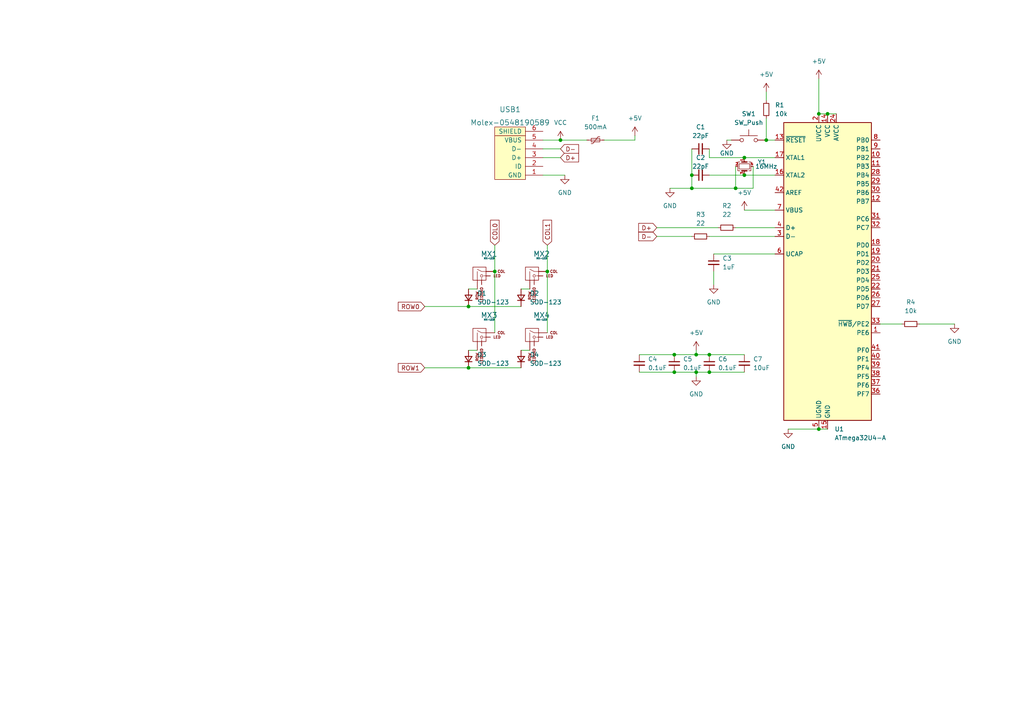
<source format=kicad_sch>
(kicad_sch (version 20211123) (generator eeschema)

  (uuid b31bc311-83bd-49c1-87e6-d9694cad3035)

  (paper "A4")

  (lib_symbols
    (symbol "Device:C_Small" (pin_numbers hide) (pin_names (offset 0.254) hide) (in_bom yes) (on_board yes)
      (property "Reference" "C" (id 0) (at 0.254 1.778 0)
        (effects (font (size 1.27 1.27)) (justify left))
      )
      (property "Value" "C_Small" (id 1) (at 0.254 -2.032 0)
        (effects (font (size 1.27 1.27)) (justify left))
      )
      (property "Footprint" "" (id 2) (at 0 0 0)
        (effects (font (size 1.27 1.27)) hide)
      )
      (property "Datasheet" "~" (id 3) (at 0 0 0)
        (effects (font (size 1.27 1.27)) hide)
      )
      (property "ki_keywords" "capacitor cap" (id 4) (at 0 0 0)
        (effects (font (size 1.27 1.27)) hide)
      )
      (property "ki_description" "Unpolarized capacitor, small symbol" (id 5) (at 0 0 0)
        (effects (font (size 1.27 1.27)) hide)
      )
      (property "ki_fp_filters" "C_*" (id 6) (at 0 0 0)
        (effects (font (size 1.27 1.27)) hide)
      )
      (symbol "C_Small_0_1"
        (polyline
          (pts
            (xy -1.524 -0.508)
            (xy 1.524 -0.508)
          )
          (stroke (width 0.3302) (type default) (color 0 0 0 0))
          (fill (type none))
        )
        (polyline
          (pts
            (xy -1.524 0.508)
            (xy 1.524 0.508)
          )
          (stroke (width 0.3048) (type default) (color 0 0 0 0))
          (fill (type none))
        )
      )
      (symbol "C_Small_1_1"
        (pin passive line (at 0 2.54 270) (length 2.032)
          (name "~" (effects (font (size 1.27 1.27))))
          (number "1" (effects (font (size 1.27 1.27))))
        )
        (pin passive line (at 0 -2.54 90) (length 2.032)
          (name "~" (effects (font (size 1.27 1.27))))
          (number "2" (effects (font (size 1.27 1.27))))
        )
      )
    )
    (symbol "Device:Crystal_GND24_Small" (pin_names (offset 1.016) hide) (in_bom yes) (on_board yes)
      (property "Reference" "Y" (id 0) (at 1.27 4.445 0)
        (effects (font (size 1.27 1.27)) (justify left))
      )
      (property "Value" "Crystal_GND24_Small" (id 1) (at 1.27 2.54 0)
        (effects (font (size 1.27 1.27)) (justify left))
      )
      (property "Footprint" "" (id 2) (at 0 0 0)
        (effects (font (size 1.27 1.27)) hide)
      )
      (property "Datasheet" "~" (id 3) (at 0 0 0)
        (effects (font (size 1.27 1.27)) hide)
      )
      (property "ki_keywords" "quartz ceramic resonator oscillator" (id 4) (at 0 0 0)
        (effects (font (size 1.27 1.27)) hide)
      )
      (property "ki_description" "Four pin crystal, GND on pins 2 and 4, small symbol" (id 5) (at 0 0 0)
        (effects (font (size 1.27 1.27)) hide)
      )
      (property "ki_fp_filters" "Crystal*" (id 6) (at 0 0 0)
        (effects (font (size 1.27 1.27)) hide)
      )
      (symbol "Crystal_GND24_Small_0_1"
        (rectangle (start -0.762 -1.524) (end 0.762 1.524)
          (stroke (width 0) (type default) (color 0 0 0 0))
          (fill (type none))
        )
        (polyline
          (pts
            (xy -1.27 -0.762)
            (xy -1.27 0.762)
          )
          (stroke (width 0.381) (type default) (color 0 0 0 0))
          (fill (type none))
        )
        (polyline
          (pts
            (xy 1.27 -0.762)
            (xy 1.27 0.762)
          )
          (stroke (width 0.381) (type default) (color 0 0 0 0))
          (fill (type none))
        )
        (polyline
          (pts
            (xy -1.27 -1.27)
            (xy -1.27 -1.905)
            (xy 1.27 -1.905)
            (xy 1.27 -1.27)
          )
          (stroke (width 0) (type default) (color 0 0 0 0))
          (fill (type none))
        )
        (polyline
          (pts
            (xy -1.27 1.27)
            (xy -1.27 1.905)
            (xy 1.27 1.905)
            (xy 1.27 1.27)
          )
          (stroke (width 0) (type default) (color 0 0 0 0))
          (fill (type none))
        )
      )
      (symbol "Crystal_GND24_Small_1_1"
        (pin passive line (at -2.54 0 0) (length 1.27)
          (name "1" (effects (font (size 1.27 1.27))))
          (number "1" (effects (font (size 0.762 0.762))))
        )
        (pin passive line (at 0 -2.54 90) (length 0.635)
          (name "2" (effects (font (size 1.27 1.27))))
          (number "2" (effects (font (size 0.762 0.762))))
        )
        (pin passive line (at 2.54 0 180) (length 1.27)
          (name "3" (effects (font (size 1.27 1.27))))
          (number "3" (effects (font (size 0.762 0.762))))
        )
        (pin passive line (at 0 2.54 270) (length 0.635)
          (name "4" (effects (font (size 1.27 1.27))))
          (number "4" (effects (font (size 0.762 0.762))))
        )
      )
    )
    (symbol "Device:D_Small" (pin_numbers hide) (pin_names (offset 0.254) hide) (in_bom yes) (on_board yes)
      (property "Reference" "D" (id 0) (at -1.27 2.032 0)
        (effects (font (size 1.27 1.27)) (justify left))
      )
      (property "Value" "D_Small" (id 1) (at -3.81 -2.032 0)
        (effects (font (size 1.27 1.27)) (justify left))
      )
      (property "Footprint" "" (id 2) (at 0 0 90)
        (effects (font (size 1.27 1.27)) hide)
      )
      (property "Datasheet" "~" (id 3) (at 0 0 90)
        (effects (font (size 1.27 1.27)) hide)
      )
      (property "ki_keywords" "diode" (id 4) (at 0 0 0)
        (effects (font (size 1.27 1.27)) hide)
      )
      (property "ki_description" "Diode, small symbol" (id 5) (at 0 0 0)
        (effects (font (size 1.27 1.27)) hide)
      )
      (property "ki_fp_filters" "TO-???* *_Diode_* *SingleDiode* D_*" (id 6) (at 0 0 0)
        (effects (font (size 1.27 1.27)) hide)
      )
      (symbol "D_Small_0_1"
        (polyline
          (pts
            (xy -0.762 -1.016)
            (xy -0.762 1.016)
          )
          (stroke (width 0.254) (type default) (color 0 0 0 0))
          (fill (type none))
        )
        (polyline
          (pts
            (xy -0.762 0)
            (xy 0.762 0)
          )
          (stroke (width 0) (type default) (color 0 0 0 0))
          (fill (type none))
        )
        (polyline
          (pts
            (xy 0.762 -1.016)
            (xy -0.762 0)
            (xy 0.762 1.016)
            (xy 0.762 -1.016)
          )
          (stroke (width 0.254) (type default) (color 0 0 0 0))
          (fill (type none))
        )
      )
      (symbol "D_Small_1_1"
        (pin passive line (at -2.54 0 0) (length 1.778)
          (name "K" (effects (font (size 1.27 1.27))))
          (number "1" (effects (font (size 1.27 1.27))))
        )
        (pin passive line (at 2.54 0 180) (length 1.778)
          (name "A" (effects (font (size 1.27 1.27))))
          (number "2" (effects (font (size 1.27 1.27))))
        )
      )
    )
    (symbol "Device:Polyfuse_Small" (pin_numbers hide) (pin_names (offset 0)) (in_bom yes) (on_board yes)
      (property "Reference" "F" (id 0) (at -1.905 0 90)
        (effects (font (size 1.27 1.27)))
      )
      (property "Value" "Polyfuse_Small" (id 1) (at 1.905 0 90)
        (effects (font (size 1.27 1.27)))
      )
      (property "Footprint" "" (id 2) (at 1.27 -5.08 0)
        (effects (font (size 1.27 1.27)) (justify left) hide)
      )
      (property "Datasheet" "~" (id 3) (at 0 0 0)
        (effects (font (size 1.27 1.27)) hide)
      )
      (property "ki_keywords" "resettable fuse PTC PPTC polyfuse polyswitch" (id 4) (at 0 0 0)
        (effects (font (size 1.27 1.27)) hide)
      )
      (property "ki_description" "Resettable fuse, polymeric positive temperature coefficient, small symbol" (id 5) (at 0 0 0)
        (effects (font (size 1.27 1.27)) hide)
      )
      (property "ki_fp_filters" "*polyfuse* *PTC*" (id 6) (at 0 0 0)
        (effects (font (size 1.27 1.27)) hide)
      )
      (symbol "Polyfuse_Small_0_1"
        (rectangle (start -0.508 1.27) (end 0.508 -1.27)
          (stroke (width 0) (type default) (color 0 0 0 0))
          (fill (type none))
        )
        (polyline
          (pts
            (xy 0 2.54)
            (xy 0 -2.54)
          )
          (stroke (width 0) (type default) (color 0 0 0 0))
          (fill (type none))
        )
        (polyline
          (pts
            (xy -1.016 1.27)
            (xy -1.016 0.762)
            (xy 1.016 -0.762)
            (xy 1.016 -1.27)
          )
          (stroke (width 0) (type default) (color 0 0 0 0))
          (fill (type none))
        )
      )
      (symbol "Polyfuse_Small_1_1"
        (pin passive line (at 0 2.54 270) (length 0.635)
          (name "~" (effects (font (size 1.27 1.27))))
          (number "1" (effects (font (size 1.27 1.27))))
        )
        (pin passive line (at 0 -2.54 90) (length 0.635)
          (name "~" (effects (font (size 1.27 1.27))))
          (number "2" (effects (font (size 1.27 1.27))))
        )
      )
    )
    (symbol "Device:R_Small" (pin_numbers hide) (pin_names (offset 0.254) hide) (in_bom yes) (on_board yes)
      (property "Reference" "R" (id 0) (at 0.762 0.508 0)
        (effects (font (size 1.27 1.27)) (justify left))
      )
      (property "Value" "R_Small" (id 1) (at 0.762 -1.016 0)
        (effects (font (size 1.27 1.27)) (justify left))
      )
      (property "Footprint" "" (id 2) (at 0 0 0)
        (effects (font (size 1.27 1.27)) hide)
      )
      (property "Datasheet" "~" (id 3) (at 0 0 0)
        (effects (font (size 1.27 1.27)) hide)
      )
      (property "ki_keywords" "R resistor" (id 4) (at 0 0 0)
        (effects (font (size 1.27 1.27)) hide)
      )
      (property "ki_description" "Resistor, small symbol" (id 5) (at 0 0 0)
        (effects (font (size 1.27 1.27)) hide)
      )
      (property "ki_fp_filters" "R_*" (id 6) (at 0 0 0)
        (effects (font (size 1.27 1.27)) hide)
      )
      (symbol "R_Small_0_1"
        (rectangle (start -0.762 1.778) (end 0.762 -1.778)
          (stroke (width 0.2032) (type default) (color 0 0 0 0))
          (fill (type none))
        )
      )
      (symbol "R_Small_1_1"
        (pin passive line (at 0 2.54 270) (length 0.762)
          (name "~" (effects (font (size 1.27 1.27))))
          (number "1" (effects (font (size 1.27 1.27))))
        )
        (pin passive line (at 0 -2.54 90) (length 0.762)
          (name "~" (effects (font (size 1.27 1.27))))
          (number "2" (effects (font (size 1.27 1.27))))
        )
      )
    )
    (symbol "MCU_Microchip_ATmega:ATmega32U4-A" (in_bom yes) (on_board yes)
      (property "Reference" "U" (id 0) (at -12.7 44.45 0)
        (effects (font (size 1.27 1.27)) (justify left bottom))
      )
      (property "Value" "ATmega32U4-A" (id 1) (at 2.54 -44.45 0)
        (effects (font (size 1.27 1.27)) (justify left top))
      )
      (property "Footprint" "Package_QFP:TQFP-44_10x10mm_P0.8mm" (id 2) (at 0 0 0)
        (effects (font (size 1.27 1.27) italic) hide)
      )
      (property "Datasheet" "http://ww1.microchip.com/downloads/en/DeviceDoc/Atmel-7766-8-bit-AVR-ATmega16U4-32U4_Datasheet.pdf" (id 3) (at 0 0 0)
        (effects (font (size 1.27 1.27)) hide)
      )
      (property "ki_keywords" "AVR 8bit Microcontroller MegaAVR USB" (id 4) (at 0 0 0)
        (effects (font (size 1.27 1.27)) hide)
      )
      (property "ki_description" "16MHz, 32kB Flash, 2.5kB SRAM, 1kB EEPROM, USB 2.0, TQFP-44" (id 5) (at 0 0 0)
        (effects (font (size 1.27 1.27)) hide)
      )
      (property "ki_fp_filters" "TQFP*10x10mm*P0.8mm*" (id 6) (at 0 0 0)
        (effects (font (size 1.27 1.27)) hide)
      )
      (symbol "ATmega32U4-A_0_1"
        (rectangle (start -12.7 -43.18) (end 12.7 43.18)
          (stroke (width 0.254) (type default) (color 0 0 0 0))
          (fill (type background))
        )
      )
      (symbol "ATmega32U4-A_1_1"
        (pin bidirectional line (at 15.24 -17.78 180) (length 2.54)
          (name "PE6" (effects (font (size 1.27 1.27))))
          (number "1" (effects (font (size 1.27 1.27))))
        )
        (pin bidirectional line (at 15.24 33.02 180) (length 2.54)
          (name "PB2" (effects (font (size 1.27 1.27))))
          (number "10" (effects (font (size 1.27 1.27))))
        )
        (pin bidirectional line (at 15.24 30.48 180) (length 2.54)
          (name "PB3" (effects (font (size 1.27 1.27))))
          (number "11" (effects (font (size 1.27 1.27))))
        )
        (pin bidirectional line (at 15.24 20.32 180) (length 2.54)
          (name "PB7" (effects (font (size 1.27 1.27))))
          (number "12" (effects (font (size 1.27 1.27))))
        )
        (pin input line (at -15.24 38.1 0) (length 2.54)
          (name "~{RESET}" (effects (font (size 1.27 1.27))))
          (number "13" (effects (font (size 1.27 1.27))))
        )
        (pin power_in line (at 0 45.72 270) (length 2.54)
          (name "VCC" (effects (font (size 1.27 1.27))))
          (number "14" (effects (font (size 1.27 1.27))))
        )
        (pin power_in line (at 0 -45.72 90) (length 2.54)
          (name "GND" (effects (font (size 1.27 1.27))))
          (number "15" (effects (font (size 1.27 1.27))))
        )
        (pin output line (at -15.24 27.94 0) (length 2.54)
          (name "XTAL2" (effects (font (size 1.27 1.27))))
          (number "16" (effects (font (size 1.27 1.27))))
        )
        (pin input line (at -15.24 33.02 0) (length 2.54)
          (name "XTAL1" (effects (font (size 1.27 1.27))))
          (number "17" (effects (font (size 1.27 1.27))))
        )
        (pin bidirectional line (at 15.24 7.62 180) (length 2.54)
          (name "PD0" (effects (font (size 1.27 1.27))))
          (number "18" (effects (font (size 1.27 1.27))))
        )
        (pin bidirectional line (at 15.24 5.08 180) (length 2.54)
          (name "PD1" (effects (font (size 1.27 1.27))))
          (number "19" (effects (font (size 1.27 1.27))))
        )
        (pin power_in line (at -2.54 45.72 270) (length 2.54)
          (name "UVCC" (effects (font (size 1.27 1.27))))
          (number "2" (effects (font (size 1.27 1.27))))
        )
        (pin bidirectional line (at 15.24 2.54 180) (length 2.54)
          (name "PD2" (effects (font (size 1.27 1.27))))
          (number "20" (effects (font (size 1.27 1.27))))
        )
        (pin bidirectional line (at 15.24 0 180) (length 2.54)
          (name "PD3" (effects (font (size 1.27 1.27))))
          (number "21" (effects (font (size 1.27 1.27))))
        )
        (pin bidirectional line (at 15.24 -5.08 180) (length 2.54)
          (name "PD5" (effects (font (size 1.27 1.27))))
          (number "22" (effects (font (size 1.27 1.27))))
        )
        (pin passive line (at 0 -45.72 90) (length 2.54) hide
          (name "GND" (effects (font (size 1.27 1.27))))
          (number "23" (effects (font (size 1.27 1.27))))
        )
        (pin power_in line (at 2.54 45.72 270) (length 2.54)
          (name "AVCC" (effects (font (size 1.27 1.27))))
          (number "24" (effects (font (size 1.27 1.27))))
        )
        (pin bidirectional line (at 15.24 -2.54 180) (length 2.54)
          (name "PD4" (effects (font (size 1.27 1.27))))
          (number "25" (effects (font (size 1.27 1.27))))
        )
        (pin bidirectional line (at 15.24 -7.62 180) (length 2.54)
          (name "PD6" (effects (font (size 1.27 1.27))))
          (number "26" (effects (font (size 1.27 1.27))))
        )
        (pin bidirectional line (at 15.24 -10.16 180) (length 2.54)
          (name "PD7" (effects (font (size 1.27 1.27))))
          (number "27" (effects (font (size 1.27 1.27))))
        )
        (pin bidirectional line (at 15.24 27.94 180) (length 2.54)
          (name "PB4" (effects (font (size 1.27 1.27))))
          (number "28" (effects (font (size 1.27 1.27))))
        )
        (pin bidirectional line (at 15.24 25.4 180) (length 2.54)
          (name "PB5" (effects (font (size 1.27 1.27))))
          (number "29" (effects (font (size 1.27 1.27))))
        )
        (pin bidirectional line (at -15.24 10.16 0) (length 2.54)
          (name "D-" (effects (font (size 1.27 1.27))))
          (number "3" (effects (font (size 1.27 1.27))))
        )
        (pin bidirectional line (at 15.24 22.86 180) (length 2.54)
          (name "PB6" (effects (font (size 1.27 1.27))))
          (number "30" (effects (font (size 1.27 1.27))))
        )
        (pin bidirectional line (at 15.24 15.24 180) (length 2.54)
          (name "PC6" (effects (font (size 1.27 1.27))))
          (number "31" (effects (font (size 1.27 1.27))))
        )
        (pin bidirectional line (at 15.24 12.7 180) (length 2.54)
          (name "PC7" (effects (font (size 1.27 1.27))))
          (number "32" (effects (font (size 1.27 1.27))))
        )
        (pin bidirectional line (at 15.24 -15.24 180) (length 2.54)
          (name "~{HWB}/PE2" (effects (font (size 1.27 1.27))))
          (number "33" (effects (font (size 1.27 1.27))))
        )
        (pin passive line (at 0 45.72 270) (length 2.54) hide
          (name "VCC" (effects (font (size 1.27 1.27))))
          (number "34" (effects (font (size 1.27 1.27))))
        )
        (pin passive line (at 0 -45.72 90) (length 2.54) hide
          (name "GND" (effects (font (size 1.27 1.27))))
          (number "35" (effects (font (size 1.27 1.27))))
        )
        (pin bidirectional line (at 15.24 -35.56 180) (length 2.54)
          (name "PF7" (effects (font (size 1.27 1.27))))
          (number "36" (effects (font (size 1.27 1.27))))
        )
        (pin bidirectional line (at 15.24 -33.02 180) (length 2.54)
          (name "PF6" (effects (font (size 1.27 1.27))))
          (number "37" (effects (font (size 1.27 1.27))))
        )
        (pin bidirectional line (at 15.24 -30.48 180) (length 2.54)
          (name "PF5" (effects (font (size 1.27 1.27))))
          (number "38" (effects (font (size 1.27 1.27))))
        )
        (pin bidirectional line (at 15.24 -27.94 180) (length 2.54)
          (name "PF4" (effects (font (size 1.27 1.27))))
          (number "39" (effects (font (size 1.27 1.27))))
        )
        (pin bidirectional line (at -15.24 12.7 0) (length 2.54)
          (name "D+" (effects (font (size 1.27 1.27))))
          (number "4" (effects (font (size 1.27 1.27))))
        )
        (pin bidirectional line (at 15.24 -25.4 180) (length 2.54)
          (name "PF1" (effects (font (size 1.27 1.27))))
          (number "40" (effects (font (size 1.27 1.27))))
        )
        (pin bidirectional line (at 15.24 -22.86 180) (length 2.54)
          (name "PF0" (effects (font (size 1.27 1.27))))
          (number "41" (effects (font (size 1.27 1.27))))
        )
        (pin passive line (at -15.24 22.86 0) (length 2.54)
          (name "AREF" (effects (font (size 1.27 1.27))))
          (number "42" (effects (font (size 1.27 1.27))))
        )
        (pin passive line (at 0 -45.72 90) (length 2.54) hide
          (name "GND" (effects (font (size 1.27 1.27))))
          (number "43" (effects (font (size 1.27 1.27))))
        )
        (pin passive line (at 2.54 45.72 270) (length 2.54) hide
          (name "AVCC" (effects (font (size 1.27 1.27))))
          (number "44" (effects (font (size 1.27 1.27))))
        )
        (pin passive line (at -2.54 -45.72 90) (length 2.54)
          (name "UGND" (effects (font (size 1.27 1.27))))
          (number "5" (effects (font (size 1.27 1.27))))
        )
        (pin passive line (at -15.24 5.08 0) (length 2.54)
          (name "UCAP" (effects (font (size 1.27 1.27))))
          (number "6" (effects (font (size 1.27 1.27))))
        )
        (pin input line (at -15.24 17.78 0) (length 2.54)
          (name "VBUS" (effects (font (size 1.27 1.27))))
          (number "7" (effects (font (size 1.27 1.27))))
        )
        (pin bidirectional line (at 15.24 38.1 180) (length 2.54)
          (name "PB0" (effects (font (size 1.27 1.27))))
          (number "8" (effects (font (size 1.27 1.27))))
        )
        (pin bidirectional line (at 15.24 35.56 180) (length 2.54)
          (name "PB1" (effects (font (size 1.27 1.27))))
          (number "9" (effects (font (size 1.27 1.27))))
        )
      )
    )
    (symbol "MX_Alps_Hybrid:MX-LED" (pin_names (offset 1.016)) (in_bom yes) (on_board yes)
      (property "Reference" "MX" (id 0) (at -0.635 3.81 0)
        (effects (font (size 1.524 1.524)))
      )
      (property "Value" "MX-LED" (id 1) (at -0.635 1.27 0)
        (effects (font (size 0.508 0.508)))
      )
      (property "Footprint" "" (id 2) (at -15.875 -0.635 0)
        (effects (font (size 1.524 1.524)) hide)
      )
      (property "Datasheet" "" (id 3) (at -15.875 -0.635 0)
        (effects (font (size 1.524 1.524)) hide)
      )
      (symbol "MX-LED_0_0"
        (rectangle (start -2.54 2.54) (end 1.27 -1.27)
          (stroke (width 0) (type default) (color 0 0 0 0))
          (fill (type none))
        )
        (polyline
          (pts
            (xy -1.27 -1.27)
            (xy -1.27 1.27)
          )
          (stroke (width 0.127) (type default) (color 0 0 0 0))
          (fill (type none))
        )
        (polyline
          (pts
            (xy 0 -1.27)
            (xy 0 -0.635)
          )
          (stroke (width 0.127) (type default) (color 0 0 0 0))
          (fill (type none))
        )
        (polyline
          (pts
            (xy 1.27 0)
            (xy 0.635 0)
          )
          (stroke (width 0.127) (type default) (color 0 0 0 0))
          (fill (type none))
        )
        (polyline
          (pts
            (xy 1.27 1.27)
            (xy 0 1.27)
            (xy -1.27 1.905)
          )
          (stroke (width 0.127) (type default) (color 0 0 0 0))
          (fill (type none))
        )
        (circle (center 0 0) (radius 0.3556)
          (stroke (width 0.127) (type default) (color 0 0 0 0))
          (fill (type none))
        )
        (text "COL" (at 5.715 1.27 0)
          (effects (font (size 0.762 0.762)))
        )
        (text "LED" (at 4.445 0 0)
          (effects (font (size 0.762 0.762)))
        )
        (text "ROW" (at -1.27 -4.445 900)
          (effects (font (size 0.762 0.762)) (justify right))
        )
      )
      (symbol "MX-LED_1_0"
        (text "LEDGND" (at 0 -3.175 900)
          (effects (font (size 0.762 0.762)) (justify right))
        )
      )
      (symbol "MX-LED_1_1"
        (pin passive line (at 3.81 1.27 180) (length 2.54)
          (name "COL" (effects (font (size 0 0))))
          (number "1" (effects (font (size 0 0))))
        )
        (pin passive line (at -1.27 -3.81 90) (length 2.54)
          (name "ROW" (effects (font (size 0 0))))
          (number "2" (effects (font (size 0 0))))
        )
        (pin input line (at 2.54 0 180) (length 1.27)
          (name "LED" (effects (font (size 0 0))))
          (number "3" (effects (font (size 0 0))))
        )
        (pin passive line (at 0 -2.54 90) (length 1.27)
          (name "LEDGND" (effects (font (size 0 0))))
          (number "4" (effects (font (size 0 0))))
        )
      )
    )
    (symbol "Switch:SW_Push" (pin_numbers hide) (pin_names (offset 1.016) hide) (in_bom yes) (on_board yes)
      (property "Reference" "SW" (id 0) (at 1.27 2.54 0)
        (effects (font (size 1.27 1.27)) (justify left))
      )
      (property "Value" "SW_Push" (id 1) (at 0 -1.524 0)
        (effects (font (size 1.27 1.27)))
      )
      (property "Footprint" "" (id 2) (at 0 5.08 0)
        (effects (font (size 1.27 1.27)) hide)
      )
      (property "Datasheet" "~" (id 3) (at 0 5.08 0)
        (effects (font (size 1.27 1.27)) hide)
      )
      (property "ki_keywords" "switch normally-open pushbutton push-button" (id 4) (at 0 0 0)
        (effects (font (size 1.27 1.27)) hide)
      )
      (property "ki_description" "Push button switch, generic, two pins" (id 5) (at 0 0 0)
        (effects (font (size 1.27 1.27)) hide)
      )
      (symbol "SW_Push_0_1"
        (circle (center -2.032 0) (radius 0.508)
          (stroke (width 0) (type default) (color 0 0 0 0))
          (fill (type none))
        )
        (polyline
          (pts
            (xy 0 1.27)
            (xy 0 3.048)
          )
          (stroke (width 0) (type default) (color 0 0 0 0))
          (fill (type none))
        )
        (polyline
          (pts
            (xy 2.54 1.27)
            (xy -2.54 1.27)
          )
          (stroke (width 0) (type default) (color 0 0 0 0))
          (fill (type none))
        )
        (circle (center 2.032 0) (radius 0.508)
          (stroke (width 0) (type default) (color 0 0 0 0))
          (fill (type none))
        )
        (pin passive line (at -5.08 0 0) (length 2.54)
          (name "1" (effects (font (size 1.27 1.27))))
          (number "1" (effects (font (size 1.27 1.27))))
        )
        (pin passive line (at 5.08 0 180) (length 2.54)
          (name "2" (effects (font (size 1.27 1.27))))
          (number "2" (effects (font (size 1.27 1.27))))
        )
      )
    )
    (symbol "power:+5V" (power) (pin_names (offset 0)) (in_bom yes) (on_board yes)
      (property "Reference" "#PWR" (id 0) (at 0 -3.81 0)
        (effects (font (size 1.27 1.27)) hide)
      )
      (property "Value" "+5V" (id 1) (at 0 3.556 0)
        (effects (font (size 1.27 1.27)))
      )
      (property "Footprint" "" (id 2) (at 0 0 0)
        (effects (font (size 1.27 1.27)) hide)
      )
      (property "Datasheet" "" (id 3) (at 0 0 0)
        (effects (font (size 1.27 1.27)) hide)
      )
      (property "ki_keywords" "power-flag" (id 4) (at 0 0 0)
        (effects (font (size 1.27 1.27)) hide)
      )
      (property "ki_description" "Power symbol creates a global label with name \"+5V\"" (id 5) (at 0 0 0)
        (effects (font (size 1.27 1.27)) hide)
      )
      (symbol "+5V_0_1"
        (polyline
          (pts
            (xy -0.762 1.27)
            (xy 0 2.54)
          )
          (stroke (width 0) (type default) (color 0 0 0 0))
          (fill (type none))
        )
        (polyline
          (pts
            (xy 0 0)
            (xy 0 2.54)
          )
          (stroke (width 0) (type default) (color 0 0 0 0))
          (fill (type none))
        )
        (polyline
          (pts
            (xy 0 2.54)
            (xy 0.762 1.27)
          )
          (stroke (width 0) (type default) (color 0 0 0 0))
          (fill (type none))
        )
      )
      (symbol "+5V_1_1"
        (pin power_in line (at 0 0 90) (length 0) hide
          (name "+5V" (effects (font (size 1.27 1.27))))
          (number "1" (effects (font (size 1.27 1.27))))
        )
      )
    )
    (symbol "power:GND" (power) (pin_names (offset 0)) (in_bom yes) (on_board yes)
      (property "Reference" "#PWR" (id 0) (at 0 -6.35 0)
        (effects (font (size 1.27 1.27)) hide)
      )
      (property "Value" "GND" (id 1) (at 0 -3.81 0)
        (effects (font (size 1.27 1.27)))
      )
      (property "Footprint" "" (id 2) (at 0 0 0)
        (effects (font (size 1.27 1.27)) hide)
      )
      (property "Datasheet" "" (id 3) (at 0 0 0)
        (effects (font (size 1.27 1.27)) hide)
      )
      (property "ki_keywords" "power-flag" (id 4) (at 0 0 0)
        (effects (font (size 1.27 1.27)) hide)
      )
      (property "ki_description" "Power symbol creates a global label with name \"GND\" , ground" (id 5) (at 0 0 0)
        (effects (font (size 1.27 1.27)) hide)
      )
      (symbol "GND_0_1"
        (polyline
          (pts
            (xy 0 0)
            (xy 0 -1.27)
            (xy 1.27 -1.27)
            (xy 0 -2.54)
            (xy -1.27 -1.27)
            (xy 0 -1.27)
          )
          (stroke (width 0) (type default) (color 0 0 0 0))
          (fill (type none))
        )
      )
      (symbol "GND_1_1"
        (pin power_in line (at 0 0 270) (length 0) hide
          (name "GND" (effects (font (size 1.27 1.27))))
          (number "1" (effects (font (size 1.27 1.27))))
        )
      )
    )
    (symbol "power:VCC" (power) (pin_names (offset 0)) (in_bom yes) (on_board yes)
      (property "Reference" "#PWR" (id 0) (at 0 -3.81 0)
        (effects (font (size 1.27 1.27)) hide)
      )
      (property "Value" "VCC" (id 1) (at 0 3.81 0)
        (effects (font (size 1.27 1.27)))
      )
      (property "Footprint" "" (id 2) (at 0 0 0)
        (effects (font (size 1.27 1.27)) hide)
      )
      (property "Datasheet" "" (id 3) (at 0 0 0)
        (effects (font (size 1.27 1.27)) hide)
      )
      (property "ki_keywords" "power-flag" (id 4) (at 0 0 0)
        (effects (font (size 1.27 1.27)) hide)
      )
      (property "ki_description" "Power symbol creates a global label with name \"VCC\"" (id 5) (at 0 0 0)
        (effects (font (size 1.27 1.27)) hide)
      )
      (symbol "VCC_0_1"
        (polyline
          (pts
            (xy -0.762 1.27)
            (xy 0 2.54)
          )
          (stroke (width 0) (type default) (color 0 0 0 0))
          (fill (type none))
        )
        (polyline
          (pts
            (xy 0 0)
            (xy 0 2.54)
          )
          (stroke (width 0) (type default) (color 0 0 0 0))
          (fill (type none))
        )
        (polyline
          (pts
            (xy 0 2.54)
            (xy 0.762 1.27)
          )
          (stroke (width 0) (type default) (color 0 0 0 0))
          (fill (type none))
        )
      )
      (symbol "VCC_1_1"
        (pin power_in line (at 0 0 90) (length 0) hide
          (name "VCC" (effects (font (size 1.27 1.27))))
          (number "1" (effects (font (size 1.27 1.27))))
        )
      )
    )
    (symbol "random-keyboard-parts:Molex-0548190589" (pin_names (offset 1.016)) (in_bom yes) (on_board yes)
      (property "Reference" "USB" (id 0) (at 0 7.62 0)
        (effects (font (size 1.524 1.524)))
      )
      (property "Value" "Molex-0548190589" (id 1) (at 0 10.16 0)
        (effects (font (size 1.524 1.524)))
      )
      (property "Footprint" "" (id 2) (at 0 0 0)
        (effects (font (size 1.524 1.524)) hide)
      )
      (property "Datasheet" "" (id 3) (at 0 0 0)
        (effects (font (size 1.524 1.524)) hide)
      )
      (symbol "Molex-0548190589_0_0"
        (polyline
          (pts
            (xy 6.35 -2.54)
            (xy 6.35 6.35)
          )
          (stroke (width 0) (type default) (color 0 0 0 0))
          (fill (type none))
        )
        (rectangle (start 8.89 -2.54) (end -6.35 6.35)
          (stroke (width 0) (type default) (color 0 0 0 0))
          (fill (type background))
        )
      )
      (symbol "Molex-0548190589_1_1"
        (pin input line (at -5.08 -7.62 90) (length 5.08)
          (name "GND" (effects (font (size 1.27 1.27))))
          (number "1" (effects (font (size 1.27 1.27))))
        )
        (pin input line (at -2.54 -7.62 90) (length 5.08)
          (name "ID" (effects (font (size 1.27 1.27))))
          (number "2" (effects (font (size 1.27 1.27))))
        )
        (pin input line (at 0 -7.62 90) (length 5.08)
          (name "D+" (effects (font (size 1.27 1.27))))
          (number "3" (effects (font (size 1.27 1.27))))
        )
        (pin input line (at 2.54 -7.62 90) (length 5.08)
          (name "D-" (effects (font (size 1.27 1.27))))
          (number "4" (effects (font (size 1.27 1.27))))
        )
        (pin input line (at 5.08 -7.62 90) (length 5.08)
          (name "VBUS" (effects (font (size 1.27 1.27))))
          (number "5" (effects (font (size 1.27 1.27))))
        )
        (pin input line (at 7.62 -7.62 90) (length 5.08)
          (name "SHIELD" (effects (font (size 1.27 1.27))))
          (number "6" (effects (font (size 1.27 1.27))))
        )
      )
    )
  )


  (junction (at 200.66 54.61) (diameter 0) (color 0 0 0 0)
    (uuid 0175dc2b-88cb-4c31-b40f-323b27a7a1e3)
  )
  (junction (at 205.74 107.95) (diameter 0) (color 0 0 0 0)
    (uuid 0616fae7-10f1-4149-b249-54d54b4343cc)
  )
  (junction (at 195.58 107.95) (diameter 0) (color 0 0 0 0)
    (uuid 06f10e42-8b12-4ae3-9d71-9e6fe45ca4a6)
  )
  (junction (at 200.66 50.8) (diameter 0) (color 0 0 0 0)
    (uuid 13058f81-6201-4ed0-b862-09041273647b)
  )
  (junction (at 205.74 102.87) (diameter 0) (color 0 0 0 0)
    (uuid 228560a4-622b-4bbf-8e32-87402338de88)
  )
  (junction (at 237.49 33.02) (diameter 0) (color 0 0 0 0)
    (uuid 23092c34-591c-4dc2-87da-1dc89775d41e)
  )
  (junction (at 143.51 78.74) (diameter 0) (color 0 0 0 0)
    (uuid 2839abc6-8ce5-46f5-af5d-c88c3c045f22)
  )
  (junction (at 215.9 50.8) (diameter 0) (color 0 0 0 0)
    (uuid 34d568e7-8fe5-49d3-bf33-36a7b96fc4c4)
  )
  (junction (at 222.25 40.64) (diameter 0) (color 0 0 0 0)
    (uuid 54f8653f-9a01-45ac-93d0-1c743879bc78)
  )
  (junction (at 135.89 88.9) (diameter 0) (color 0 0 0 0)
    (uuid 5a107d94-1dbd-4913-b9f1-651eaddfb584)
  )
  (junction (at 237.49 124.46) (diameter 0) (color 0 0 0 0)
    (uuid 68974c7a-2125-4bbe-96ed-fd0c5e6ff28f)
  )
  (junction (at 135.89 106.68) (diameter 0) (color 0 0 0 0)
    (uuid 68b55cc4-cd59-4532-b8eb-eb83bfe19c12)
  )
  (junction (at 162.56 40.64) (diameter 0) (color 0 0 0 0)
    (uuid 6d3336d0-57a3-47ea-9bfc-13f10c4d40dc)
  )
  (junction (at 158.75 78.74) (diameter 0) (color 0 0 0 0)
    (uuid 94e5d383-3a99-4c10-8d8f-2a0764bdc4e8)
  )
  (junction (at 195.58 102.87) (diameter 0) (color 0 0 0 0)
    (uuid 9ec02b58-b7cf-4f68-9dfc-9bc9d21fa1d6)
  )
  (junction (at 215.9 45.72) (diameter 0) (color 0 0 0 0)
    (uuid a86f9fd4-64cc-483e-9ef3-b313ea5f41cd)
  )
  (junction (at 240.03 33.02) (diameter 0) (color 0 0 0 0)
    (uuid b5d30412-bcae-4394-89d7-eda9419d39d6)
  )
  (junction (at 213.36 54.61) (diameter 0) (color 0 0 0 0)
    (uuid dd8b7055-a727-47bb-9088-e4136d69427f)
  )
  (junction (at 201.93 102.87) (diameter 0) (color 0 0 0 0)
    (uuid eabc54fd-c3fb-4843-9b00-bb94eadb8885)
  )
  (junction (at 201.93 107.95) (diameter 0) (color 0 0 0 0)
    (uuid f867e9bc-52af-495b-a469-580883c6229d)
  )

  (wire (pts (xy 205.74 45.72) (xy 205.74 43.18))
    (stroke (width 0) (type default) (color 0 0 0 0))
    (uuid 04999bf9-7b85-443b-9480-a96c65098b66)
  )
  (wire (pts (xy 237.49 33.02) (xy 240.03 33.02))
    (stroke (width 0) (type default) (color 0 0 0 0))
    (uuid 05e150d9-653e-4442-a220-0ddb8b4ec7e9)
  )
  (wire (pts (xy 162.56 40.64) (xy 170.18 40.64))
    (stroke (width 0) (type default) (color 0 0 0 0))
    (uuid 0e88f91e-e075-4f5b-ad6e-93b049154841)
  )
  (wire (pts (xy 207.01 78.74) (xy 207.01 82.55))
    (stroke (width 0) (type default) (color 0 0 0 0))
    (uuid 163b7ae5-3a36-41eb-86ca-62df7a6bffe6)
  )
  (wire (pts (xy 205.74 50.8) (xy 215.9 50.8))
    (stroke (width 0) (type default) (color 0 0 0 0))
    (uuid 16bff235-aba3-4162-86e7-bc758021263e)
  )
  (wire (pts (xy 222.25 40.64) (xy 224.79 40.64))
    (stroke (width 0) (type default) (color 0 0 0 0))
    (uuid 1a0bdc3b-23c5-433d-899d-f90c9fdac90f)
  )
  (wire (pts (xy 205.74 68.58) (xy 224.79 68.58))
    (stroke (width 0) (type default) (color 0 0 0 0))
    (uuid 27ee1ab9-0765-440b-9b06-4961a638cf88)
  )
  (wire (pts (xy 215.9 60.96) (xy 224.79 60.96))
    (stroke (width 0) (type default) (color 0 0 0 0))
    (uuid 40698e11-2e60-4fe3-9aaf-54ff0b5fe6ad)
  )
  (wire (pts (xy 215.9 45.72) (xy 205.74 45.72))
    (stroke (width 0) (type default) (color 0 0 0 0))
    (uuid 44c22185-203e-49a9-960c-05dcfb5d6cb9)
  )
  (wire (pts (xy 205.74 107.95) (xy 215.9 107.95))
    (stroke (width 0) (type default) (color 0 0 0 0))
    (uuid 4beb222a-f0dd-4080-a7d7-3ab77775348e)
  )
  (wire (pts (xy 143.51 78.74) (xy 143.51 96.52))
    (stroke (width 0) (type default) (color 0 0 0 0))
    (uuid 50b508a6-c8d0-43dd-966b-1b12d6884a95)
  )
  (wire (pts (xy 205.74 102.87) (xy 215.9 102.87))
    (stroke (width 0) (type default) (color 0 0 0 0))
    (uuid 571f2d99-6292-4990-9e0e-6a70631f8cdf)
  )
  (wire (pts (xy 200.66 54.61) (xy 200.66 50.8))
    (stroke (width 0) (type default) (color 0 0 0 0))
    (uuid 581e0e96-43c6-4fe6-a41b-d7536c57bd84)
  )
  (wire (pts (xy 195.58 107.95) (xy 201.93 107.95))
    (stroke (width 0) (type default) (color 0 0 0 0))
    (uuid 5a8910a7-75af-480a-9c98-2c01ca16a311)
  )
  (wire (pts (xy 190.5 66.04) (xy 208.28 66.04))
    (stroke (width 0) (type default) (color 0 0 0 0))
    (uuid 72510e9e-0239-44c4-93bc-241685631b2d)
  )
  (wire (pts (xy 201.93 101.6) (xy 201.93 102.87))
    (stroke (width 0) (type default) (color 0 0 0 0))
    (uuid 7757d110-0cf1-4f39-b2c6-25573dee621b)
  )
  (wire (pts (xy 185.42 107.95) (xy 195.58 107.95))
    (stroke (width 0) (type default) (color 0 0 0 0))
    (uuid 7af3d90a-6e0b-47b7-b72d-58cfcb6c0b86)
  )
  (wire (pts (xy 158.75 71.12) (xy 158.75 78.74))
    (stroke (width 0) (type default) (color 0 0 0 0))
    (uuid 81e3be8e-c624-4015-8fed-919aaaf70ae7)
  )
  (wire (pts (xy 123.19 106.68) (xy 135.89 106.68))
    (stroke (width 0) (type default) (color 0 0 0 0))
    (uuid 81f99e4b-e2df-4de0-b995-43f1b84b8e65)
  )
  (wire (pts (xy 157.48 43.18) (xy 162.56 43.18))
    (stroke (width 0) (type default) (color 0 0 0 0))
    (uuid 8316d46f-1933-4ef5-98b6-f77794c26aaa)
  )
  (wire (pts (xy 123.19 88.9) (xy 135.89 88.9))
    (stroke (width 0) (type default) (color 0 0 0 0))
    (uuid 837bad73-de04-4522-9c39-385cafea2c96)
  )
  (wire (pts (xy 143.51 71.12) (xy 143.51 78.74))
    (stroke (width 0) (type default) (color 0 0 0 0))
    (uuid 851fe520-ddb9-4d95-a783-7390b590b484)
  )
  (wire (pts (xy 135.89 83.82) (xy 138.43 83.82))
    (stroke (width 0) (type default) (color 0 0 0 0))
    (uuid 867f6423-6e89-4669-9a02-2e2c0a6d6b6e)
  )
  (wire (pts (xy 175.26 40.64) (xy 184.15 40.64))
    (stroke (width 0) (type default) (color 0 0 0 0))
    (uuid 881ce61c-b208-4f62-aa84-980762a559e3)
  )
  (wire (pts (xy 215.9 45.72) (xy 224.79 45.72))
    (stroke (width 0) (type default) (color 0 0 0 0))
    (uuid 89170968-a714-4562-87e3-01d7165b6942)
  )
  (wire (pts (xy 210.82 40.64) (xy 212.09 40.64))
    (stroke (width 0) (type default) (color 0 0 0 0))
    (uuid 8dd3fffa-5e92-4f6e-b9ce-cbb2fb9fca5b)
  )
  (wire (pts (xy 151.13 101.6) (xy 153.67 101.6))
    (stroke (width 0) (type default) (color 0 0 0 0))
    (uuid 8ea24585-9d2f-4dee-867d-7f3db999eef5)
  )
  (wire (pts (xy 255.27 93.98) (xy 261.62 93.98))
    (stroke (width 0) (type default) (color 0 0 0 0))
    (uuid 926bfe7c-964e-4711-9d06-4d5eebf7a489)
  )
  (wire (pts (xy 218.44 54.61) (xy 213.36 54.61))
    (stroke (width 0) (type default) (color 0 0 0 0))
    (uuid 92e7a770-4f84-4382-a657-a976f5ad473b)
  )
  (wire (pts (xy 190.5 68.58) (xy 200.66 68.58))
    (stroke (width 0) (type default) (color 0 0 0 0))
    (uuid 97debdce-7209-4fe0-8812-f132d910f73e)
  )
  (wire (pts (xy 213.36 54.61) (xy 213.36 48.26))
    (stroke (width 0) (type default) (color 0 0 0 0))
    (uuid 9f79b3f7-f08d-4952-8f65-a90aed0e1ab3)
  )
  (wire (pts (xy 157.48 45.72) (xy 162.56 45.72))
    (stroke (width 0) (type default) (color 0 0 0 0))
    (uuid a47ecdb7-6b84-4384-9134-4f48ce5bfeb1)
  )
  (wire (pts (xy 266.7 93.98) (xy 276.86 93.98))
    (stroke (width 0) (type default) (color 0 0 0 0))
    (uuid a62c5fc9-2b03-42f4-8dd0-9aa3ad022c8a)
  )
  (wire (pts (xy 237.49 124.46) (xy 240.03 124.46))
    (stroke (width 0) (type default) (color 0 0 0 0))
    (uuid aa42b963-5787-4e9e-afb7-958510c6db57)
  )
  (wire (pts (xy 222.25 26.67) (xy 222.25 29.21))
    (stroke (width 0) (type default) (color 0 0 0 0))
    (uuid ac01ac78-e1b0-495b-af2f-494b8f8c12b1)
  )
  (wire (pts (xy 240.03 33.02) (xy 242.57 33.02))
    (stroke (width 0) (type default) (color 0 0 0 0))
    (uuid ac399243-a6b6-4b5d-90f0-c903cc4a35fc)
  )
  (wire (pts (xy 135.89 106.68) (xy 151.13 106.68))
    (stroke (width 0) (type default) (color 0 0 0 0))
    (uuid b2fc46c5-2437-4fc7-9aae-485bed39167b)
  )
  (wire (pts (xy 218.44 48.26) (xy 218.44 54.61))
    (stroke (width 0) (type default) (color 0 0 0 0))
    (uuid b89ac880-edfb-4a56-8b43-119fe87d3379)
  )
  (wire (pts (xy 201.93 107.95) (xy 205.74 107.95))
    (stroke (width 0) (type default) (color 0 0 0 0))
    (uuid bc5a81fc-9eaa-4e03-908e-5238321c43eb)
  )
  (wire (pts (xy 228.6 124.46) (xy 237.49 124.46))
    (stroke (width 0) (type default) (color 0 0 0 0))
    (uuid bdefe46a-3852-455f-8fad-db9c15b8dac9)
  )
  (wire (pts (xy 194.31 54.61) (xy 200.66 54.61))
    (stroke (width 0) (type default) (color 0 0 0 0))
    (uuid bf6fbbc4-8ab9-46d8-bcd8-12a438f9277b)
  )
  (wire (pts (xy 157.48 40.64) (xy 162.56 40.64))
    (stroke (width 0) (type default) (color 0 0 0 0))
    (uuid c0f97076-d87d-4fdb-a835-598ab6094d8a)
  )
  (wire (pts (xy 158.75 78.74) (xy 158.75 96.52))
    (stroke (width 0) (type default) (color 0 0 0 0))
    (uuid c17e24a6-bdf5-450c-bb59-845bf8b9dfa5)
  )
  (wire (pts (xy 207.01 73.66) (xy 224.79 73.66))
    (stroke (width 0) (type default) (color 0 0 0 0))
    (uuid c46e29b3-662b-4257-8c58-8022bb3301ad)
  )
  (wire (pts (xy 201.93 107.95) (xy 201.93 109.22))
    (stroke (width 0) (type default) (color 0 0 0 0))
    (uuid c6a73f66-2dec-46ed-927f-4ed51c0dda05)
  )
  (wire (pts (xy 200.66 43.18) (xy 200.66 50.8))
    (stroke (width 0) (type default) (color 0 0 0 0))
    (uuid c7a12b11-b648-4b5b-b058-50f566308c24)
  )
  (wire (pts (xy 213.36 66.04) (xy 224.79 66.04))
    (stroke (width 0) (type default) (color 0 0 0 0))
    (uuid cbedc023-8889-49fa-9c55-558272ffbed7)
  )
  (wire (pts (xy 237.49 22.86) (xy 237.49 33.02))
    (stroke (width 0) (type default) (color 0 0 0 0))
    (uuid cc3d41e7-161e-4c30-83a8-66f8284f5e28)
  )
  (wire (pts (xy 135.89 88.9) (xy 151.13 88.9))
    (stroke (width 0) (type default) (color 0 0 0 0))
    (uuid d22829c5-cae0-4509-a3df-e449ac8bee45)
  )
  (wire (pts (xy 195.58 102.87) (xy 201.93 102.87))
    (stroke (width 0) (type default) (color 0 0 0 0))
    (uuid d261660c-119c-4432-9e77-8e9fbbb0cb2c)
  )
  (wire (pts (xy 184.15 40.64) (xy 184.15 39.37))
    (stroke (width 0) (type default) (color 0 0 0 0))
    (uuid d2c8e4f7-0443-4e99-a779-9b693b275426)
  )
  (wire (pts (xy 151.13 83.82) (xy 153.67 83.82))
    (stroke (width 0) (type default) (color 0 0 0 0))
    (uuid dade21e2-c969-42c6-9c61-d8a23c075463)
  )
  (wire (pts (xy 135.89 101.6) (xy 138.43 101.6))
    (stroke (width 0) (type default) (color 0 0 0 0))
    (uuid e01cea0f-e263-44ad-86d8-215c1c7aa0bf)
  )
  (wire (pts (xy 200.66 54.61) (xy 213.36 54.61))
    (stroke (width 0) (type default) (color 0 0 0 0))
    (uuid e0c58f46-c5e4-43b5-879d-861a208ba0ca)
  )
  (wire (pts (xy 222.25 34.29) (xy 222.25 40.64))
    (stroke (width 0) (type default) (color 0 0 0 0))
    (uuid e8351193-e9b4-44db-a503-7e3f1329687a)
  )
  (wire (pts (xy 215.9 50.8) (xy 224.79 50.8))
    (stroke (width 0) (type default) (color 0 0 0 0))
    (uuid e946058d-ef07-42a9-afa2-d5db3689f1e8)
  )
  (wire (pts (xy 185.42 102.87) (xy 195.58 102.87))
    (stroke (width 0) (type default) (color 0 0 0 0))
    (uuid ed766726-ad34-4604-93f6-60c2e74f34a5)
  )
  (wire (pts (xy 157.48 50.8) (xy 163.83 50.8))
    (stroke (width 0) (type default) (color 0 0 0 0))
    (uuid f9497db2-5a93-4b71-9b73-e4822b98d47a)
  )
  (wire (pts (xy 201.93 102.87) (xy 205.74 102.87))
    (stroke (width 0) (type default) (color 0 0 0 0))
    (uuid fc142c3c-f0a0-47fe-b47d-cdabb0a74dbf)
  )

  (global_label "ROW1" (shape input) (at 123.19 106.68 180) (fields_autoplaced)
    (effects (font (size 1.27 1.27)) (justify right))
    (uuid 482c8c7d-ae1f-4b7d-bf63-205137aa5f11)
    (property "Intersheet References" "${INTERSHEET_REFS}" (id 0) (at 115.5155 106.6006 0)
      (effects (font (size 1.27 1.27)) (justify right) hide)
    )
  )
  (global_label "D+" (shape input) (at 190.5 66.04 180) (fields_autoplaced)
    (effects (font (size 1.27 1.27)) (justify right))
    (uuid 54e5e614-bc44-4158-8b87-12977881029e)
    (property "Intersheet References" "${INTERSHEET_REFS}" (id 0) (at 185.2445 65.9606 0)
      (effects (font (size 1.27 1.27)) (justify right) hide)
    )
  )
  (global_label "D+" (shape input) (at 162.56 45.72 0) (fields_autoplaced)
    (effects (font (size 1.27 1.27)) (justify left))
    (uuid 5d60e22a-4ee2-4b56-9a77-24c5270f1d1f)
    (property "Intersheet References" "${INTERSHEET_REFS}" (id 0) (at 167.8155 45.7994 0)
      (effects (font (size 1.27 1.27)) (justify left) hide)
    )
  )
  (global_label "D-" (shape input) (at 162.56 43.18 0) (fields_autoplaced)
    (effects (font (size 1.27 1.27)) (justify left))
    (uuid 9e0b5343-95e6-4917-b32b-95aadd8411a9)
    (property "Intersheet References" "${INTERSHEET_REFS}" (id 0) (at 167.8155 43.1006 0)
      (effects (font (size 1.27 1.27)) (justify left) hide)
    )
  )
  (global_label "ROW0" (shape input) (at 123.19 88.9 180) (fields_autoplaced)
    (effects (font (size 1.27 1.27)) (justify right))
    (uuid bc6e5c6d-13d8-454b-ae38-a0f65437b586)
    (property "Intersheet References" "${INTERSHEET_REFS}" (id 0) (at 115.5155 88.8206 0)
      (effects (font (size 1.27 1.27)) (justify right) hide)
    )
  )
  (global_label "COL1" (shape input) (at 158.75 71.12 90) (fields_autoplaced)
    (effects (font (size 1.27 1.27)) (justify left))
    (uuid be5e0c96-dc95-4c67-93df-edc0e485790d)
    (property "Intersheet References" "${INTERSHEET_REFS}" (id 0) (at 158.6706 63.8688 90)
      (effects (font (size 1.27 1.27)) (justify left) hide)
    )
  )
  (global_label "D-" (shape input) (at 190.5 68.58 180) (fields_autoplaced)
    (effects (font (size 1.27 1.27)) (justify right))
    (uuid ccffd1ab-7f69-4c2a-b95c-adb972198049)
    (property "Intersheet References" "${INTERSHEET_REFS}" (id 0) (at 185.2445 68.5006 0)
      (effects (font (size 1.27 1.27)) (justify right) hide)
    )
  )
  (global_label "COL0" (shape input) (at 143.51 71.12 90) (fields_autoplaced)
    (effects (font (size 1.27 1.27)) (justify left))
    (uuid ebdc265e-a550-4346-a147-7ea3c5dea8b0)
    (property "Intersheet References" "${INTERSHEET_REFS}" (id 0) (at 143.4306 63.8688 90)
      (effects (font (size 1.27 1.27)) (justify left) hide)
    )
  )

  (symbol (lib_id "MX_Alps_Hybrid:MX-LED") (at 154.94 80.01 0) (unit 1)
    (in_bom yes) (on_board yes) (fields_autoplaced)
    (uuid 025f2115-50f7-45b7-9bf8-91dbbabaf1fb)
    (property "Reference" "MX2" (id 0) (at 157.0956 73.66 0)
      (effects (font (size 1.524 1.524)))
    )
    (property "Value" "MX-LED" (id 1) (at 157.0956 74.93 0)
      (effects (font (size 0.508 0.508)))
    )
    (property "Footprint" "MX_Alps_Hybrid:MX-1U" (id 2) (at 139.065 80.645 0)
      (effects (font (size 1.524 1.524)) hide)
    )
    (property "Datasheet" "" (id 3) (at 139.065 80.645 0)
      (effects (font (size 1.524 1.524)) hide)
    )
    (pin "1" (uuid ecf4dac9-a422-411b-a328-209a3dfcde91))
    (pin "2" (uuid 9a1f05e9-27cb-493d-bc6c-d70a15a0efef))
    (pin "3" (uuid f9d687c9-d285-4178-9787-73af6621f842))
    (pin "4" (uuid 1facd0a3-93dd-477b-8f84-1e5921625201))
  )

  (symbol (lib_id "power:GND") (at 163.83 50.8 0) (unit 1)
    (in_bom yes) (on_board yes) (fields_autoplaced)
    (uuid 09d288c2-93a5-4437-8366-c36b61a1a650)
    (property "Reference" "#PWR0113" (id 0) (at 163.83 57.15 0)
      (effects (font (size 1.27 1.27)) hide)
    )
    (property "Value" "GND" (id 1) (at 163.83 55.88 0))
    (property "Footprint" "" (id 2) (at 163.83 50.8 0)
      (effects (font (size 1.27 1.27)) hide)
    )
    (property "Datasheet" "" (id 3) (at 163.83 50.8 0)
      (effects (font (size 1.27 1.27)) hide)
    )
    (pin "1" (uuid 71cb2850-f2f1-4bc7-bc39-f7c21fba9017))
  )

  (symbol (lib_id "Device:C_Small") (at 203.2 43.18 90) (unit 1)
    (in_bom yes) (on_board yes) (fields_autoplaced)
    (uuid 0d315bd1-c4fe-4382-b7b3-b7861cce7f31)
    (property "Reference" "C1" (id 0) (at 203.2063 36.83 90))
    (property "Value" "22pF" (id 1) (at 203.2063 39.37 90))
    (property "Footprint" "Capacitor_SMD:C_0805_2012Metric" (id 2) (at 203.2 43.18 0)
      (effects (font (size 1.27 1.27)) hide)
    )
    (property "Datasheet" "~" (id 3) (at 203.2 43.18 0)
      (effects (font (size 1.27 1.27)) hide)
    )
    (pin "1" (uuid e483c43b-a8d9-441a-acf9-8c42c1fb9044))
    (pin "2" (uuid 79496b62-3cee-4e79-8631-422e6a404a7f))
  )

  (symbol (lib_id "Device:D_Small") (at 135.89 104.14 90) (unit 1)
    (in_bom yes) (on_board yes) (fields_autoplaced)
    (uuid 1dc5fe2e-454b-4f9b-99d8-429948c1c243)
    (property "Reference" "D3" (id 0) (at 138.43 102.8699 90)
      (effects (font (size 1.27 1.27)) (justify right))
    )
    (property "Value" "SOD-123" (id 1) (at 138.43 105.4099 90)
      (effects (font (size 1.27 1.27)) (justify right))
    )
    (property "Footprint" "Diode_SMD:D_SOD-123" (id 2) (at 135.89 104.14 90)
      (effects (font (size 1.27 1.27)) hide)
    )
    (property "Datasheet" "~" (id 3) (at 135.89 104.14 90)
      (effects (font (size 1.27 1.27)) hide)
    )
    (pin "1" (uuid 9789a265-fd40-477b-a0bf-231e3c95d1c0))
    (pin "2" (uuid 2f28d4ba-5aec-4d8f-9585-5978793d5ab9))
  )

  (symbol (lib_id "Switch:SW_Push") (at 217.17 40.64 0) (unit 1)
    (in_bom yes) (on_board yes) (fields_autoplaced)
    (uuid 1f5ed9c8-07de-470e-b1b8-c0e903f985df)
    (property "Reference" "SW1" (id 0) (at 217.17 33.02 0))
    (property "Value" "SW_Push" (id 1) (at 217.17 35.56 0))
    (property "Footprint" "random-keyboard-parts:SKQG-1155865" (id 2) (at 217.17 35.56 0)
      (effects (font (size 1.27 1.27)) hide)
    )
    (property "Datasheet" "~" (id 3) (at 217.17 35.56 0)
      (effects (font (size 1.27 1.27)) hide)
    )
    (pin "1" (uuid 7ac19ff5-a873-4bed-a7be-a12f11b57218))
    (pin "2" (uuid 36f0124e-375f-4ea8-8c41-c7e5650cc04c))
  )

  (symbol (lib_id "Device:R_Small") (at 222.25 31.75 0) (unit 1)
    (in_bom yes) (on_board yes) (fields_autoplaced)
    (uuid 22df3495-348a-475a-af76-ad51b56adfc4)
    (property "Reference" "R1" (id 0) (at 224.79 30.4799 0)
      (effects (font (size 1.27 1.27)) (justify left))
    )
    (property "Value" "10k" (id 1) (at 224.79 33.0199 0)
      (effects (font (size 1.27 1.27)) (justify left))
    )
    (property "Footprint" "Resistor_SMD:R_0805_2012Metric" (id 2) (at 222.25 31.75 0)
      (effects (font (size 1.27 1.27)) hide)
    )
    (property "Datasheet" "~" (id 3) (at 222.25 31.75 0)
      (effects (font (size 1.27 1.27)) hide)
    )
    (pin "1" (uuid 2b65865f-7192-4460-a9f0-310652350ae0))
    (pin "2" (uuid 13dcdeed-23ef-47bc-a0a2-80032da9b010))
  )

  (symbol (lib_id "Device:C_Small") (at 203.2 50.8 90) (unit 1)
    (in_bom yes) (on_board yes)
    (uuid 2622c595-7809-4a89-96f2-b1263e97b85b)
    (property "Reference" "C2" (id 0) (at 203.2 45.72 90))
    (property "Value" "22pF" (id 1) (at 203.2 48.26 90))
    (property "Footprint" "Capacitor_SMD:C_0805_2012Metric" (id 2) (at 203.2 50.8 0)
      (effects (font (size 1.27 1.27)) hide)
    )
    (property "Datasheet" "~" (id 3) (at 203.2 50.8 0)
      (effects (font (size 1.27 1.27)) hide)
    )
    (pin "1" (uuid a4063d76-fb86-4359-b74b-f316c7294b18))
    (pin "2" (uuid d0ead173-b532-40ec-b4af-34b51c6d090a))
  )

  (symbol (lib_id "power:+5V") (at 215.9 60.96 0) (unit 1)
    (in_bom yes) (on_board yes) (fields_autoplaced)
    (uuid 3205be30-37c1-46c1-843a-cd06fd10c00c)
    (property "Reference" "#PWR0102" (id 0) (at 215.9 64.77 0)
      (effects (font (size 1.27 1.27)) hide)
    )
    (property "Value" "+5V" (id 1) (at 215.9 55.88 0))
    (property "Footprint" "" (id 2) (at 215.9 60.96 0)
      (effects (font (size 1.27 1.27)) hide)
    )
    (property "Datasheet" "" (id 3) (at 215.9 60.96 0)
      (effects (font (size 1.27 1.27)) hide)
    )
    (pin "1" (uuid eb9d82da-4f4d-48fe-8c09-df648a73ca3b))
  )

  (symbol (lib_id "power:+5V") (at 201.93 101.6 0) (unit 1)
    (in_bom yes) (on_board yes) (fields_autoplaced)
    (uuid 321fa266-602b-4615-b89f-fa6e29f05eee)
    (property "Reference" "#PWR0105" (id 0) (at 201.93 105.41 0)
      (effects (font (size 1.27 1.27)) hide)
    )
    (property "Value" "+5V" (id 1) (at 201.93 96.52 0))
    (property "Footprint" "" (id 2) (at 201.93 101.6 0)
      (effects (font (size 1.27 1.27)) hide)
    )
    (property "Datasheet" "" (id 3) (at 201.93 101.6 0)
      (effects (font (size 1.27 1.27)) hide)
    )
    (pin "1" (uuid 4c320482-e33d-4c40-9c20-2c7cd40a9f02))
  )

  (symbol (lib_id "Device:C_Small") (at 205.74 105.41 0) (unit 1)
    (in_bom yes) (on_board yes) (fields_autoplaced)
    (uuid 331f547f-e61b-4680-9848-074a1cbccf02)
    (property "Reference" "C6" (id 0) (at 208.28 104.1462 0)
      (effects (font (size 1.27 1.27)) (justify left))
    )
    (property "Value" "0.1uF" (id 1) (at 208.28 106.6862 0)
      (effects (font (size 1.27 1.27)) (justify left))
    )
    (property "Footprint" "Capacitor_SMD:C_0805_2012Metric" (id 2) (at 205.74 105.41 0)
      (effects (font (size 1.27 1.27)) hide)
    )
    (property "Datasheet" "~" (id 3) (at 205.74 105.41 0)
      (effects (font (size 1.27 1.27)) hide)
    )
    (pin "1" (uuid b1da8af5-b984-4079-8b23-a1a4e6bb2150))
    (pin "2" (uuid 7793e5a6-0490-4ca9-8154-8423750f3487))
  )

  (symbol (lib_id "power:+5V") (at 237.49 22.86 0) (unit 1)
    (in_bom yes) (on_board yes) (fields_autoplaced)
    (uuid 442c1279-30f0-40d9-b0bd-9f972398eca1)
    (property "Reference" "#PWR0107" (id 0) (at 237.49 26.67 0)
      (effects (font (size 1.27 1.27)) hide)
    )
    (property "Value" "+5V" (id 1) (at 237.49 17.78 0))
    (property "Footprint" "" (id 2) (at 237.49 22.86 0)
      (effects (font (size 1.27 1.27)) hide)
    )
    (property "Datasheet" "" (id 3) (at 237.49 22.86 0)
      (effects (font (size 1.27 1.27)) hide)
    )
    (pin "1" (uuid cce86b57-f8dd-4977-88ed-727c3598bc8b))
  )

  (symbol (lib_id "power:GND") (at 207.01 82.55 0) (unit 1)
    (in_bom yes) (on_board yes) (fields_autoplaced)
    (uuid 49d79235-f5cf-4b53-b875-16c697eada0a)
    (property "Reference" "#PWR0101" (id 0) (at 207.01 88.9 0)
      (effects (font (size 1.27 1.27)) hide)
    )
    (property "Value" "GND" (id 1) (at 207.01 87.63 0))
    (property "Footprint" "" (id 2) (at 207.01 82.55 0)
      (effects (font (size 1.27 1.27)) hide)
    )
    (property "Datasheet" "" (id 3) (at 207.01 82.55 0)
      (effects (font (size 1.27 1.27)) hide)
    )
    (pin "1" (uuid 5fba2a66-fd89-4c3c-9b73-4cfc9c89f714))
  )

  (symbol (lib_id "power:+5V") (at 222.25 26.67 0) (unit 1)
    (in_bom yes) (on_board yes) (fields_autoplaced)
    (uuid 5d33ebd3-8e0e-471e-bd4b-966391c98774)
    (property "Reference" "#PWR0108" (id 0) (at 222.25 30.48 0)
      (effects (font (size 1.27 1.27)) hide)
    )
    (property "Value" "+5V" (id 1) (at 222.25 21.59 0))
    (property "Footprint" "" (id 2) (at 222.25 26.67 0)
      (effects (font (size 1.27 1.27)) hide)
    )
    (property "Datasheet" "" (id 3) (at 222.25 26.67 0)
      (effects (font (size 1.27 1.27)) hide)
    )
    (pin "1" (uuid 332f4134-a6b6-4e62-a5ee-2561e1c578db))
  )

  (symbol (lib_id "Device:R_Small") (at 210.82 66.04 270) (unit 1)
    (in_bom yes) (on_board yes) (fields_autoplaced)
    (uuid 5eaeeb79-67f5-471d-ae59-428271fc9d9c)
    (property "Reference" "R2" (id 0) (at 210.82 59.69 90))
    (property "Value" "22" (id 1) (at 210.82 62.23 90))
    (property "Footprint" "Resistor_SMD:R_0805_2012Metric" (id 2) (at 210.82 66.04 0)
      (effects (font (size 1.27 1.27)) hide)
    )
    (property "Datasheet" "~" (id 3) (at 210.82 66.04 0)
      (effects (font (size 1.27 1.27)) hide)
    )
    (pin "1" (uuid a6ba3b97-2e98-4bc1-9aa6-3200df498553))
    (pin "2" (uuid 0490ac35-9541-4788-9cc0-58e9b49f579b))
  )

  (symbol (lib_id "Device:R_Small") (at 203.2 68.58 90) (unit 1)
    (in_bom yes) (on_board yes) (fields_autoplaced)
    (uuid 62a76d91-ea83-46df-8656-9a7a372378fd)
    (property "Reference" "R3" (id 0) (at 203.2 62.23 90))
    (property "Value" "22" (id 1) (at 203.2 64.77 90))
    (property "Footprint" "Resistor_SMD:R_0805_2012Metric" (id 2) (at 203.2 68.58 0)
      (effects (font (size 1.27 1.27)) hide)
    )
    (property "Datasheet" "~" (id 3) (at 203.2 68.58 0)
      (effects (font (size 1.27 1.27)) hide)
    )
    (pin "1" (uuid 72d1e496-a04d-4dc0-93a8-8f9cfe1abc33))
    (pin "2" (uuid 13945ba9-fae9-4e92-a9f9-5ce1d8769831))
  )

  (symbol (lib_id "Device:C_Small") (at 185.42 105.41 0) (unit 1)
    (in_bom yes) (on_board yes) (fields_autoplaced)
    (uuid 714a2a07-2387-47d8-818a-2c02d9726493)
    (property "Reference" "C4" (id 0) (at 187.96 104.1462 0)
      (effects (font (size 1.27 1.27)) (justify left))
    )
    (property "Value" "0.1uF" (id 1) (at 187.96 106.6862 0)
      (effects (font (size 1.27 1.27)) (justify left))
    )
    (property "Footprint" "Capacitor_SMD:C_0805_2012Metric" (id 2) (at 185.42 105.41 0)
      (effects (font (size 1.27 1.27)) hide)
    )
    (property "Datasheet" "~" (id 3) (at 185.42 105.41 0)
      (effects (font (size 1.27 1.27)) hide)
    )
    (pin "1" (uuid 6e587b49-2938-41b1-abc2-378a45dbd2d1))
    (pin "2" (uuid f3310f2e-ef27-494d-9c3f-2b28b76a2bcf))
  )

  (symbol (lib_id "Device:R_Small") (at 264.16 93.98 90) (unit 1)
    (in_bom yes) (on_board yes) (fields_autoplaced)
    (uuid 7341e78d-26c2-4998-b286-dfc76d42c26f)
    (property "Reference" "R4" (id 0) (at 264.16 87.63 90))
    (property "Value" "10k" (id 1) (at 264.16 90.17 90))
    (property "Footprint" "Resistor_SMD:R_0805_2012Metric" (id 2) (at 264.16 93.98 0)
      (effects (font (size 1.27 1.27)) hide)
    )
    (property "Datasheet" "~" (id 3) (at 264.16 93.98 0)
      (effects (font (size 1.27 1.27)) hide)
    )
    (pin "1" (uuid 30c834ca-8bf7-4781-b120-0c61410c211e))
    (pin "2" (uuid b034ae5c-3bb5-4f94-a7bd-c34ce02a06b5))
  )

  (symbol (lib_id "power:+5V") (at 184.15 39.37 0) (unit 1)
    (in_bom yes) (on_board yes) (fields_autoplaced)
    (uuid 73536061-3d2c-4a22-948c-0b2590bfcaa0)
    (property "Reference" "#PWR0111" (id 0) (at 184.15 43.18 0)
      (effects (font (size 1.27 1.27)) hide)
    )
    (property "Value" "+5V" (id 1) (at 184.15 34.29 0))
    (property "Footprint" "" (id 2) (at 184.15 39.37 0)
      (effects (font (size 1.27 1.27)) hide)
    )
    (property "Datasheet" "" (id 3) (at 184.15 39.37 0)
      (effects (font (size 1.27 1.27)) hide)
    )
    (pin "1" (uuid 08ad308d-1c2a-404d-bdab-f126760bdc4c))
  )

  (symbol (lib_id "Device:C_Small") (at 215.9 105.41 0) (unit 1)
    (in_bom yes) (on_board yes) (fields_autoplaced)
    (uuid 78cb8a9c-5aab-49f8-9dcd-da1285df1ed8)
    (property "Reference" "C7" (id 0) (at 218.44 104.1462 0)
      (effects (font (size 1.27 1.27)) (justify left))
    )
    (property "Value" "10uF" (id 1) (at 218.44 106.6862 0)
      (effects (font (size 1.27 1.27)) (justify left))
    )
    (property "Footprint" "Capacitor_SMD:C_0805_2012Metric" (id 2) (at 215.9 105.41 0)
      (effects (font (size 1.27 1.27)) hide)
    )
    (property "Datasheet" "~" (id 3) (at 215.9 105.41 0)
      (effects (font (size 1.27 1.27)) hide)
    )
    (pin "1" (uuid 0963d9b0-6db0-456e-9cf4-328e1185a768))
    (pin "2" (uuid b512349f-4e4b-469f-85ad-37df99b1951a))
  )

  (symbol (lib_id "Device:Polyfuse_Small") (at 172.72 40.64 90) (unit 1)
    (in_bom yes) (on_board yes) (fields_autoplaced)
    (uuid 7b2d76ae-137d-4007-b4a5-bbc5db5f880d)
    (property "Reference" "F1" (id 0) (at 172.72 34.29 90))
    (property "Value" "500mA" (id 1) (at 172.72 36.83 90))
    (property "Footprint" "Fuse:Fuse_1206_3216Metric" (id 2) (at 177.8 39.37 0)
      (effects (font (size 1.27 1.27)) (justify left) hide)
    )
    (property "Datasheet" "~" (id 3) (at 172.72 40.64 0)
      (effects (font (size 1.27 1.27)) hide)
    )
    (pin "1" (uuid 7f8a368c-cf9e-4200-a0c8-5d99a1fe4fb8))
    (pin "2" (uuid 9da8f1dd-cb0a-4f11-920f-f31db830da11))
  )

  (symbol (lib_id "Device:D_Small") (at 135.89 86.36 90) (unit 1)
    (in_bom yes) (on_board yes) (fields_autoplaced)
    (uuid 7ba6b8ba-6527-4536-9268-0d1c36bfc9fb)
    (property "Reference" "D1" (id 0) (at 138.43 85.0899 90)
      (effects (font (size 1.27 1.27)) (justify right))
    )
    (property "Value" "SOD-123" (id 1) (at 138.43 87.6299 90)
      (effects (font (size 1.27 1.27)) (justify right))
    )
    (property "Footprint" "Diode_SMD:D_SOD-123" (id 2) (at 135.89 86.36 90)
      (effects (font (size 1.27 1.27)) hide)
    )
    (property "Datasheet" "~" (id 3) (at 135.89 86.36 90)
      (effects (font (size 1.27 1.27)) hide)
    )
    (pin "1" (uuid 45e9fd27-5f93-44cf-b728-adff5f15a0d2))
    (pin "2" (uuid 0bc95144-2156-4dcc-9477-2e25169da63e))
  )

  (symbol (lib_id "power:VCC") (at 162.56 40.64 0) (unit 1)
    (in_bom yes) (on_board yes) (fields_autoplaced)
    (uuid 7f56a2f2-5611-4b36-b2b0-b485e04ae510)
    (property "Reference" "#PWR0112" (id 0) (at 162.56 44.45 0)
      (effects (font (size 1.27 1.27)) hide)
    )
    (property "Value" "VCC" (id 1) (at 162.56 35.56 0))
    (property "Footprint" "" (id 2) (at 162.56 40.64 0)
      (effects (font (size 1.27 1.27)) hide)
    )
    (property "Datasheet" "" (id 3) (at 162.56 40.64 0)
      (effects (font (size 1.27 1.27)) hide)
    )
    (pin "1" (uuid c6794c71-0496-4016-8e4f-6f3ec91b380f))
  )

  (symbol (lib_id "Device:D_Small") (at 151.13 104.14 90) (unit 1)
    (in_bom yes) (on_board yes) (fields_autoplaced)
    (uuid 8b22a7ae-236b-4376-8469-658880b95111)
    (property "Reference" "D4" (id 0) (at 153.67 102.8699 90)
      (effects (font (size 1.27 1.27)) (justify right))
    )
    (property "Value" "SOD-123" (id 1) (at 153.67 105.4099 90)
      (effects (font (size 1.27 1.27)) (justify right))
    )
    (property "Footprint" "Diode_SMD:D_SOD-123" (id 2) (at 151.13 104.14 90)
      (effects (font (size 1.27 1.27)) hide)
    )
    (property "Datasheet" "~" (id 3) (at 151.13 104.14 90)
      (effects (font (size 1.27 1.27)) hide)
    )
    (pin "1" (uuid 4638972b-57d1-4486-8174-c68733f9b211))
    (pin "2" (uuid 6b5a1dca-a212-4b30-a7bf-f3e5813d0344))
  )

  (symbol (lib_id "power:GND") (at 228.6 124.46 0) (unit 1)
    (in_bom yes) (on_board yes) (fields_autoplaced)
    (uuid a2279c99-eee9-4fc9-9087-f9c1b611c791)
    (property "Reference" "#PWR0103" (id 0) (at 228.6 130.81 0)
      (effects (font (size 1.27 1.27)) hide)
    )
    (property "Value" "GND" (id 1) (at 228.6 129.54 0))
    (property "Footprint" "" (id 2) (at 228.6 124.46 0)
      (effects (font (size 1.27 1.27)) hide)
    )
    (property "Datasheet" "" (id 3) (at 228.6 124.46 0)
      (effects (font (size 1.27 1.27)) hide)
    )
    (pin "1" (uuid b20da481-f7a4-4aae-b827-fca4059d06ce))
  )

  (symbol (lib_id "MX_Alps_Hybrid:MX-LED") (at 139.7 80.01 0) (unit 1)
    (in_bom yes) (on_board yes) (fields_autoplaced)
    (uuid b86c1ee5-4351-40a7-add2-ce9374078a88)
    (property "Reference" "MX1" (id 0) (at 141.8556 73.66 0)
      (effects (font (size 1.524 1.524)))
    )
    (property "Value" "MX-LED" (id 1) (at 141.8556 74.93 0)
      (effects (font (size 0.508 0.508)))
    )
    (property "Footprint" "MX_Alps_Hybrid:MX-1U" (id 2) (at 123.825 80.645 0)
      (effects (font (size 1.524 1.524)) hide)
    )
    (property "Datasheet" "" (id 3) (at 123.825 80.645 0)
      (effects (font (size 1.524 1.524)) hide)
    )
    (pin "1" (uuid 88a1201c-fefe-4cfd-9ed7-8d641f09e388))
    (pin "2" (uuid a907013c-7534-4c0b-b2cf-83ce3dd6522a))
    (pin "3" (uuid 936a9bd0-90c1-4f44-9f0c-5702426f55e2))
    (pin "4" (uuid 7b4e4e09-c3d3-420a-9206-d4013cea484b))
  )

  (symbol (lib_id "Device:D_Small") (at 151.13 86.36 90) (unit 1)
    (in_bom yes) (on_board yes) (fields_autoplaced)
    (uuid c2221048-d137-4613-8186-cc656500d401)
    (property "Reference" "D2" (id 0) (at 153.67 85.0899 90)
      (effects (font (size 1.27 1.27)) (justify right))
    )
    (property "Value" "SOD-123" (id 1) (at 153.67 87.6299 90)
      (effects (font (size 1.27 1.27)) (justify right))
    )
    (property "Footprint" "Diode_SMD:D_SOD-123" (id 2) (at 151.13 86.36 90)
      (effects (font (size 1.27 1.27)) hide)
    )
    (property "Datasheet" "~" (id 3) (at 151.13 86.36 90)
      (effects (font (size 1.27 1.27)) hide)
    )
    (pin "1" (uuid cdead55e-665c-49eb-8ba8-19b0ac4af501))
    (pin "2" (uuid 848aecd5-5a98-4bc5-9453-1d963c769253))
  )

  (symbol (lib_id "random-keyboard-parts:Molex-0548190589") (at 149.86 45.72 90) (unit 1)
    (in_bom yes) (on_board yes) (fields_autoplaced)
    (uuid c387e01d-19e3-43f1-bf2f-e20ce0dcee50)
    (property "Reference" "USB1" (id 0) (at 147.955 31.75 90)
      (effects (font (size 1.524 1.524)))
    )
    (property "Value" "Molex-0548190589" (id 1) (at 147.955 35.56 90)
      (effects (font (size 1.524 1.524)))
    )
    (property "Footprint" "random-keyboard-parts:Molex-0548190589" (id 2) (at 149.86 45.72 0)
      (effects (font (size 1.524 1.524)) hide)
    )
    (property "Datasheet" "" (id 3) (at 149.86 45.72 0)
      (effects (font (size 1.524 1.524)) hide)
    )
    (pin "1" (uuid 3401c949-ee6a-4fc1-b216-a82ccbd0b8dc))
    (pin "2" (uuid 625b16ea-de06-4ab2-8efd-d1191b38fa3d))
    (pin "3" (uuid e0c00d3a-307f-420f-b706-1506b74f154a))
    (pin "4" (uuid c67aa4ac-18fa-4a80-b454-996babdff3f9))
    (pin "5" (uuid 9f45cecc-cf2b-46e9-918f-d9ec7c28baa5))
    (pin "6" (uuid a6eeead2-273b-46ca-87e8-00ba879803a4))
  )

  (symbol (lib_id "MX_Alps_Hybrid:MX-LED") (at 139.7 97.79 0) (unit 1)
    (in_bom yes) (on_board yes) (fields_autoplaced)
    (uuid c6ef7ef4-e73f-43d7-b31e-92fa47279cfb)
    (property "Reference" "MX3" (id 0) (at 141.8556 91.44 0)
      (effects (font (size 1.524 1.524)))
    )
    (property "Value" "MX-LED" (id 1) (at 141.8556 92.71 0)
      (effects (font (size 0.508 0.508)))
    )
    (property "Footprint" "MX_Alps_Hybrid:MX-1U" (id 2) (at 123.825 98.425 0)
      (effects (font (size 1.524 1.524)) hide)
    )
    (property "Datasheet" "" (id 3) (at 123.825 98.425 0)
      (effects (font (size 1.524 1.524)) hide)
    )
    (pin "1" (uuid 660a93ce-2d5d-4dd3-97ff-e202e39d342e))
    (pin "2" (uuid 2727abac-c031-4354-ab1e-bd79c51741a4))
    (pin "3" (uuid 58b9e747-8884-4cb8-924b-c5a083be088f))
    (pin "4" (uuid fc9a1f52-3a45-4058-8a94-b6ae61a0e1d6))
  )

  (symbol (lib_id "MX_Alps_Hybrid:MX-LED") (at 154.94 97.79 0) (unit 1)
    (in_bom yes) (on_board yes) (fields_autoplaced)
    (uuid c7e51400-7a63-4e31-b465-e16026bdb8ef)
    (property "Reference" "MX4" (id 0) (at 157.0956 91.44 0)
      (effects (font (size 1.524 1.524)))
    )
    (property "Value" "MX-LED" (id 1) (at 157.0956 92.71 0)
      (effects (font (size 0.508 0.508)))
    )
    (property "Footprint" "MX_Alps_Hybrid:MX-1U" (id 2) (at 139.065 98.425 0)
      (effects (font (size 1.524 1.524)) hide)
    )
    (property "Datasheet" "" (id 3) (at 139.065 98.425 0)
      (effects (font (size 1.524 1.524)) hide)
    )
    (pin "1" (uuid a691ead4-0bf6-4caf-92a2-dd813e3ba94d))
    (pin "2" (uuid 8ea712dc-be72-4945-87ee-f7e75c094869))
    (pin "3" (uuid eb2987ec-01fb-43ef-ba10-835bfa7d76ad))
    (pin "4" (uuid f57ed89d-e284-4cef-8bc5-02bc693fc4fe))
  )

  (symbol (lib_id "MCU_Microchip_ATmega:ATmega32U4-A") (at 240.03 78.74 0) (unit 1)
    (in_bom yes) (on_board yes) (fields_autoplaced)
    (uuid ca079311-9e3d-4a48-97b6-a01b2751a113)
    (property "Reference" "U1" (id 0) (at 242.0494 124.46 0)
      (effects (font (size 1.27 1.27)) (justify left))
    )
    (property "Value" "ATmega32U4-A" (id 1) (at 242.0494 127 0)
      (effects (font (size 1.27 1.27)) (justify left))
    )
    (property "Footprint" "Package_QFP:TQFP-44_10x10mm_P0.8mm" (id 2) (at 240.03 78.74 0)
      (effects (font (size 1.27 1.27) italic) hide)
    )
    (property "Datasheet" "http://ww1.microchip.com/downloads/en/DeviceDoc/Atmel-7766-8-bit-AVR-ATmega16U4-32U4_Datasheet.pdf" (id 3) (at 240.03 78.74 0)
      (effects (font (size 1.27 1.27)) hide)
    )
    (pin "1" (uuid 8a6b680e-4a9f-4e2e-bf17-d18a09ad67b3))
    (pin "10" (uuid 71936e15-7cc6-4f59-8840-2ba8eac39d2f))
    (pin "11" (uuid 4956300c-dd09-444e-80e3-a73df743fb0d))
    (pin "12" (uuid f653e11b-28a1-4de4-89b0-821cbbeacd90))
    (pin "13" (uuid 45c15f42-a248-400c-b46b-66c810f5856e))
    (pin "14" (uuid 6be91cdd-6de1-4fd1-aeaf-118e637a36fe))
    (pin "15" (uuid 8dae49f0-8392-4645-a799-9d589485d6f1))
    (pin "16" (uuid ae284e35-d295-4d92-9621-37ad58a17ebd))
    (pin "17" (uuid 124049ee-bcaf-4d29-b717-ab07275748a9))
    (pin "18" (uuid 91267897-ca61-40fd-9e27-affa16bcf390))
    (pin "19" (uuid 7f0032ac-5ad1-4bd7-9213-b3b435e789aa))
    (pin "2" (uuid cf71c3ec-f55d-4fd2-80b2-453dd77ceb12))
    (pin "20" (uuid d79434b3-757e-4bc4-8811-21548f86f162))
    (pin "21" (uuid 69a07d75-5a74-411a-9837-a05237814140))
    (pin "22" (uuid adaddf06-3a3e-42a4-9338-7d874890dac4))
    (pin "23" (uuid ec9dea4a-3cca-48b6-971c-cccdf405cc97))
    (pin "24" (uuid 3be64e99-a5c8-420c-9fbc-f59e7448b448))
    (pin "25" (uuid 68abb3bf-5a75-4ef8-91c3-fcef7b579a5f))
    (pin "26" (uuid f98aa8e8-6a52-4440-81a4-4b778eb360f1))
    (pin "27" (uuid c4149ec9-aef8-48a6-b0fd-d04fb830b1e4))
    (pin "28" (uuid bd0cb238-9474-48e3-b741-5ad033b7ae9a))
    (pin "29" (uuid 147c42f7-832c-4876-8441-426649a882b6))
    (pin "3" (uuid a6bc136e-a096-4240-adfb-b4e89e1f480b))
    (pin "30" (uuid df9519e0-0e98-45dc-95ec-152e8475fce5))
    (pin "31" (uuid dfaf951c-a32d-449e-8de3-68c906378b9f))
    (pin "32" (uuid 6517e21c-e547-40b7-a574-ebd147343ce6))
    (pin "33" (uuid d0b00205-5643-4bc7-aade-c828090986d5))
    (pin "34" (uuid 69853383-a58f-453e-abd8-27a3d1609201))
    (pin "35" (uuid d30d4cae-6051-47f2-8bfb-231397cb4e36))
    (pin "36" (uuid e8d9ed39-27de-4bd4-ab9e-014230531e0e))
    (pin "37" (uuid 28037282-463a-47c0-8a58-77816c3a11f8))
    (pin "38" (uuid 7b9709e0-c118-4546-a4d3-e704ed91ac2d))
    (pin "39" (uuid 7ed7d596-eadb-4d08-aa0f-95cc21cac080))
    (pin "4" (uuid b7372c5f-9461-47ff-98eb-0d31bfa1c182))
    (pin "40" (uuid 0e3218c8-f196-4aeb-8128-32629c86edda))
    (pin "41" (uuid 7a4eebd1-a151-4343-b2fd-188139a3d1ca))
    (pin "42" (uuid 46a6cbee-fc01-4602-a1b6-5462c01afc5c))
    (pin "43" (uuid 61b30133-cb11-47be-a24d-bbd64e146525))
    (pin "44" (uuid 1dcf755d-5cd9-459d-831d-89b78cdd62a2))
    (pin "5" (uuid 023e31f2-9345-4c10-9eb1-cb8f7a002867))
    (pin "6" (uuid c959f78d-56c1-4312-a64b-2cbea2f8c11f))
    (pin "7" (uuid 9a1946dd-e8a5-451f-83fd-897e4e056078))
    (pin "8" (uuid 8cdfd15e-07de-48b8-83b4-114d14d94ab9))
    (pin "9" (uuid 4189fca8-6885-49b0-874d-7323d2367926))
  )

  (symbol (lib_id "power:GND") (at 210.82 40.64 0) (unit 1)
    (in_bom yes) (on_board yes)
    (uuid ce3ba0ef-3198-4112-a3a1-b37fa7d515ed)
    (property "Reference" "#PWR0109" (id 0) (at 210.82 46.99 0)
      (effects (font (size 1.27 1.27)) hide)
    )
    (property "Value" "GND" (id 1) (at 210.82 44.45 0))
    (property "Footprint" "" (id 2) (at 210.82 40.64 0)
      (effects (font (size 1.27 1.27)) hide)
    )
    (property "Datasheet" "" (id 3) (at 210.82 40.64 0)
      (effects (font (size 1.27 1.27)) hide)
    )
    (pin "1" (uuid 7ac1839f-36f3-4d63-b18c-370950a1b4e0))
  )

  (symbol (lib_id "power:GND") (at 194.31 54.61 0) (unit 1)
    (in_bom yes) (on_board yes) (fields_autoplaced)
    (uuid dc204b46-20d2-463e-a63a-1331bfee0408)
    (property "Reference" "#PWR0110" (id 0) (at 194.31 60.96 0)
      (effects (font (size 1.27 1.27)) hide)
    )
    (property "Value" "GND" (id 1) (at 194.31 59.69 0))
    (property "Footprint" "" (id 2) (at 194.31 54.61 0)
      (effects (font (size 1.27 1.27)) hide)
    )
    (property "Datasheet" "" (id 3) (at 194.31 54.61 0)
      (effects (font (size 1.27 1.27)) hide)
    )
    (pin "1" (uuid 02f132df-953c-4fde-859f-eef9b7971162))
  )

  (symbol (lib_id "Device:Crystal_GND24_Small") (at 215.9 48.26 270) (unit 1)
    (in_bom yes) (on_board yes)
    (uuid e5f9afb4-6f18-4e30-98cd-3b2be773d8cd)
    (property "Reference" "Y1" (id 0) (at 220.98 46.99 90))
    (property "Value" "16MHz" (id 1) (at 222.25 48.26 90))
    (property "Footprint" "Crystal:Crystal_SMD_3225-4Pin_3.2x2.5mm" (id 2) (at 215.9 48.26 0)
      (effects (font (size 1.27 1.27)) hide)
    )
    (property "Datasheet" "~" (id 3) (at 215.9 48.26 0)
      (effects (font (size 1.27 1.27)) hide)
    )
    (pin "1" (uuid 0b652d37-96fe-4150-974d-4e57e009514b))
    (pin "2" (uuid a4bd4b70-ed0c-4a3a-984b-333381a3ad70))
    (pin "3" (uuid 47c8bc6f-937b-4c3b-a017-9ee1057b578d))
    (pin "4" (uuid 3bde9b03-1d5a-4f73-a62d-04376b47bb93))
  )

  (symbol (lib_id "Device:C_Small") (at 207.01 76.2 0) (unit 1)
    (in_bom yes) (on_board yes) (fields_autoplaced)
    (uuid e92bd690-df87-4e44-b9cf-22436647ccab)
    (property "Reference" "C3" (id 0) (at 209.55 74.9362 0)
      (effects (font (size 1.27 1.27)) (justify left))
    )
    (property "Value" "1uF" (id 1) (at 209.55 77.4762 0)
      (effects (font (size 1.27 1.27)) (justify left))
    )
    (property "Footprint" "Capacitor_SMD:C_0805_2012Metric" (id 2) (at 207.01 76.2 0)
      (effects (font (size 1.27 1.27)) hide)
    )
    (property "Datasheet" "~" (id 3) (at 207.01 76.2 0)
      (effects (font (size 1.27 1.27)) hide)
    )
    (pin "1" (uuid 421ff135-b1b2-4b3d-bba0-ea155651b9b2))
    (pin "2" (uuid 76a910e9-a614-4ba2-8c07-1ddfc84cfe4c))
  )

  (symbol (lib_id "power:GND") (at 201.93 109.22 0) (unit 1)
    (in_bom yes) (on_board yes) (fields_autoplaced)
    (uuid eaed8ac9-33b3-4c3c-bd87-6218e45623bf)
    (property "Reference" "#PWR0106" (id 0) (at 201.93 115.57 0)
      (effects (font (size 1.27 1.27)) hide)
    )
    (property "Value" "GND" (id 1) (at 201.93 114.3 0))
    (property "Footprint" "" (id 2) (at 201.93 109.22 0)
      (effects (font (size 1.27 1.27)) hide)
    )
    (property "Datasheet" "" (id 3) (at 201.93 109.22 0)
      (effects (font (size 1.27 1.27)) hide)
    )
    (pin "1" (uuid 3220cd91-5682-472b-b431-92363100323b))
  )

  (symbol (lib_id "power:GND") (at 276.86 93.98 0) (unit 1)
    (in_bom yes) (on_board yes) (fields_autoplaced)
    (uuid fac20535-0217-45f1-80e3-fb6cbba4682c)
    (property "Reference" "#PWR0104" (id 0) (at 276.86 100.33 0)
      (effects (font (size 1.27 1.27)) hide)
    )
    (property "Value" "GND" (id 1) (at 276.86 99.06 0))
    (property "Footprint" "" (id 2) (at 276.86 93.98 0)
      (effects (font (size 1.27 1.27)) hide)
    )
    (property "Datasheet" "" (id 3) (at 276.86 93.98 0)
      (effects (font (size 1.27 1.27)) hide)
    )
    (pin "1" (uuid 10a71a65-b9b7-4774-9966-1d67b17cd38a))
  )

  (symbol (lib_id "Device:C_Small") (at 195.58 105.41 0) (unit 1)
    (in_bom yes) (on_board yes) (fields_autoplaced)
    (uuid fb5c2ceb-213d-465b-80ef-4386ef3f2af4)
    (property "Reference" "C5" (id 0) (at 198.12 104.1462 0)
      (effects (font (size 1.27 1.27)) (justify left))
    )
    (property "Value" "0.1uF" (id 1) (at 198.12 106.6862 0)
      (effects (font (size 1.27 1.27)) (justify left))
    )
    (property "Footprint" "Capacitor_SMD:C_0805_2012Metric" (id 2) (at 195.58 105.41 0)
      (effects (font (size 1.27 1.27)) hide)
    )
    (property "Datasheet" "~" (id 3) (at 195.58 105.41 0)
      (effects (font (size 1.27 1.27)) hide)
    )
    (pin "1" (uuid ec2902f5-f8eb-4651-8eda-d3490bd63d05))
    (pin "2" (uuid d712631c-669d-489f-b57f-1a77662f1c9e))
  )

  (sheet_instances
    (path "/" (page "1"))
  )

  (symbol_instances
    (path "/49d79235-f5cf-4b53-b875-16c697eada0a"
      (reference "#PWR0101") (unit 1) (value "GND") (footprint "")
    )
    (path "/3205be30-37c1-46c1-843a-cd06fd10c00c"
      (reference "#PWR0102") (unit 1) (value "+5V") (footprint "")
    )
    (path "/a2279c99-eee9-4fc9-9087-f9c1b611c791"
      (reference "#PWR0103") (unit 1) (value "GND") (footprint "")
    )
    (path "/fac20535-0217-45f1-80e3-fb6cbba4682c"
      (reference "#PWR0104") (unit 1) (value "GND") (footprint "")
    )
    (path "/321fa266-602b-4615-b89f-fa6e29f05eee"
      (reference "#PWR0105") (unit 1) (value "+5V") (footprint "")
    )
    (path "/eaed8ac9-33b3-4c3c-bd87-6218e45623bf"
      (reference "#PWR0106") (unit 1) (value "GND") (footprint "")
    )
    (path "/442c1279-30f0-40d9-b0bd-9f972398eca1"
      (reference "#PWR0107") (unit 1) (value "+5V") (footprint "")
    )
    (path "/5d33ebd3-8e0e-471e-bd4b-966391c98774"
      (reference "#PWR0108") (unit 1) (value "+5V") (footprint "")
    )
    (path "/ce3ba0ef-3198-4112-a3a1-b37fa7d515ed"
      (reference "#PWR0109") (unit 1) (value "GND") (footprint "")
    )
    (path "/dc204b46-20d2-463e-a63a-1331bfee0408"
      (reference "#PWR0110") (unit 1) (value "GND") (footprint "")
    )
    (path "/73536061-3d2c-4a22-948c-0b2590bfcaa0"
      (reference "#PWR0111") (unit 1) (value "+5V") (footprint "")
    )
    (path "/7f56a2f2-5611-4b36-b2b0-b485e04ae510"
      (reference "#PWR0112") (unit 1) (value "VCC") (footprint "")
    )
    (path "/09d288c2-93a5-4437-8366-c36b61a1a650"
      (reference "#PWR0113") (unit 1) (value "GND") (footprint "")
    )
    (path "/0d315bd1-c4fe-4382-b7b3-b7861cce7f31"
      (reference "C1") (unit 1) (value "22pF") (footprint "Capacitor_SMD:C_0805_2012Metric")
    )
    (path "/2622c595-7809-4a89-96f2-b1263e97b85b"
      (reference "C2") (unit 1) (value "22pF") (footprint "Capacitor_SMD:C_0805_2012Metric")
    )
    (path "/e92bd690-df87-4e44-b9cf-22436647ccab"
      (reference "C3") (unit 1) (value "1uF") (footprint "Capacitor_SMD:C_0805_2012Metric")
    )
    (path "/714a2a07-2387-47d8-818a-2c02d9726493"
      (reference "C4") (unit 1) (value "0.1uF") (footprint "Capacitor_SMD:C_0805_2012Metric")
    )
    (path "/fb5c2ceb-213d-465b-80ef-4386ef3f2af4"
      (reference "C5") (unit 1) (value "0.1uF") (footprint "Capacitor_SMD:C_0805_2012Metric")
    )
    (path "/331f547f-e61b-4680-9848-074a1cbccf02"
      (reference "C6") (unit 1) (value "0.1uF") (footprint "Capacitor_SMD:C_0805_2012Metric")
    )
    (path "/78cb8a9c-5aab-49f8-9dcd-da1285df1ed8"
      (reference "C7") (unit 1) (value "10uF") (footprint "Capacitor_SMD:C_0805_2012Metric")
    )
    (path "/7ba6b8ba-6527-4536-9268-0d1c36bfc9fb"
      (reference "D1") (unit 1) (value "SOD-123") (footprint "Diode_SMD:D_SOD-123")
    )
    (path "/c2221048-d137-4613-8186-cc656500d401"
      (reference "D2") (unit 1) (value "SOD-123") (footprint "Diode_SMD:D_SOD-123")
    )
    (path "/1dc5fe2e-454b-4f9b-99d8-429948c1c243"
      (reference "D3") (unit 1) (value "SOD-123") (footprint "Diode_SMD:D_SOD-123")
    )
    (path "/8b22a7ae-236b-4376-8469-658880b95111"
      (reference "D4") (unit 1) (value "SOD-123") (footprint "Diode_SMD:D_SOD-123")
    )
    (path "/7b2d76ae-137d-4007-b4a5-bbc5db5f880d"
      (reference "F1") (unit 1) (value "500mA") (footprint "Fuse:Fuse_1206_3216Metric")
    )
    (path "/b86c1ee5-4351-40a7-add2-ce9374078a88"
      (reference "MX1") (unit 1) (value "MX-LED") (footprint "MX_Alps_Hybrid:MX-1U")
    )
    (path "/025f2115-50f7-45b7-9bf8-91dbbabaf1fb"
      (reference "MX2") (unit 1) (value "MX-LED") (footprint "MX_Alps_Hybrid:MX-1U")
    )
    (path "/c6ef7ef4-e73f-43d7-b31e-92fa47279cfb"
      (reference "MX3") (unit 1) (value "MX-LED") (footprint "MX_Alps_Hybrid:MX-1U")
    )
    (path "/c7e51400-7a63-4e31-b465-e16026bdb8ef"
      (reference "MX4") (unit 1) (value "MX-LED") (footprint "MX_Alps_Hybrid:MX-1U")
    )
    (path "/22df3495-348a-475a-af76-ad51b56adfc4"
      (reference "R1") (unit 1) (value "10k") (footprint "Resistor_SMD:R_0805_2012Metric")
    )
    (path "/5eaeeb79-67f5-471d-ae59-428271fc9d9c"
      (reference "R2") (unit 1) (value "22") (footprint "Resistor_SMD:R_0805_2012Metric")
    )
    (path "/62a76d91-ea83-46df-8656-9a7a372378fd"
      (reference "R3") (unit 1) (value "22") (footprint "Resistor_SMD:R_0805_2012Metric")
    )
    (path "/7341e78d-26c2-4998-b286-dfc76d42c26f"
      (reference "R4") (unit 1) (value "10k") (footprint "Resistor_SMD:R_0805_2012Metric")
    )
    (path "/1f5ed9c8-07de-470e-b1b8-c0e903f985df"
      (reference "SW1") (unit 1) (value "SW_Push") (footprint "random-keyboard-parts:SKQG-1155865")
    )
    (path "/ca079311-9e3d-4a48-97b6-a01b2751a113"
      (reference "U1") (unit 1) (value "ATmega32U4-A") (footprint "Package_QFP:TQFP-44_10x10mm_P0.8mm")
    )
    (path "/c387e01d-19e3-43f1-bf2f-e20ce0dcee50"
      (reference "USB1") (unit 1) (value "Molex-0548190589") (footprint "random-keyboard-parts:Molex-0548190589")
    )
    (path "/e5f9afb4-6f18-4e30-98cd-3b2be773d8cd"
      (reference "Y1") (unit 1) (value "16MHz") (footprint "Crystal:Crystal_SMD_3225-4Pin_3.2x2.5mm")
    )
  )
)

</source>
